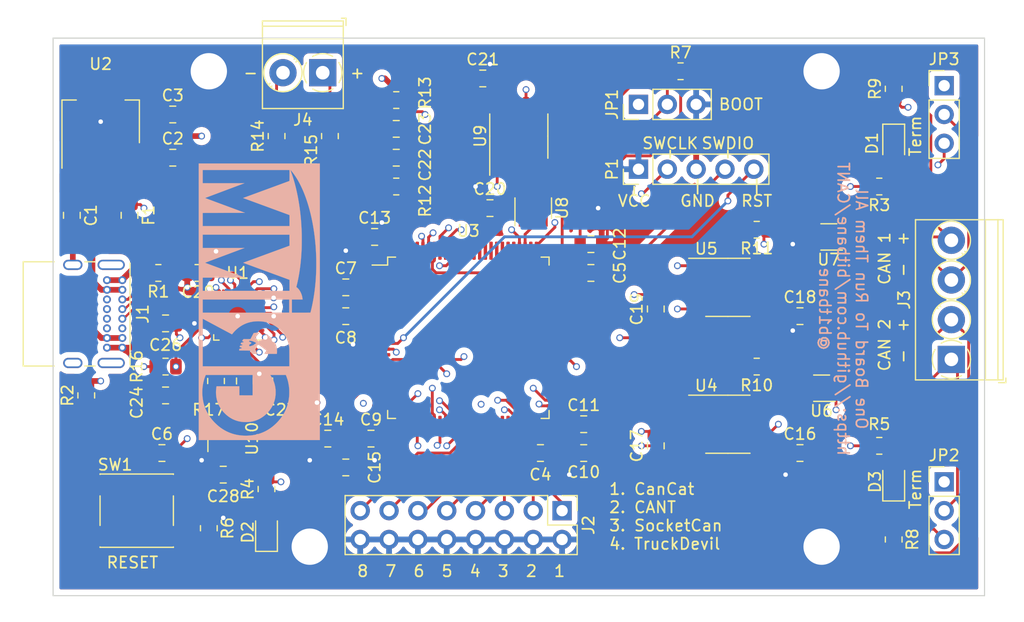
<source format=kicad_pcb>
(kicad_pcb (version 20171130) (host pcbnew "(5.1.10)-1")
  (title_block (company "Phoenix Robotik"))
  (layers (0 F.Cu signal) (1 In1.Cu signal) (2 In2.Cu signal) (31 B.Cu signal) (34 B.Paste user) (35 F.Paste user) (36 B.SilkS user) (37 F.SilkS user) (38 B.Mask user) (39 F.Mask user) (44 Edge.Cuts user))
  (net 0 "")
  (net 1 GND)
  (net 2 "Net-(D1-Pad2)")
  (net 3 "Net-(D2-Pad2)")
  (net 4 BOOT0)
  (net 5 "Net-(JP2-Pad3)")
  (net 6 VCC)
  (net 7 VBUS)
  (net 8 "Net-(D3-Pad2)")
  (net 9 CAN1_L)
  (net 10 CAN1_H)
  (net 11 LED_ACT1)
  (net 12 LED_PWR1)
  (net 13 CAN1_SHORT)
  (net 14 LED_ACT2)
  (net 15 CAN1_TX)
  (net 16 CAN1_RX)
  (net 17 "Net-(J2-Pad1)")
  (net 18 J1708_RX)
  (net 19 J1708_TX)
  (net 20 "Net-(C1-Pad2)")
  (net 21 "Net-(C4-Pad1)")
  (net 22 "Net-(C5-Pad1)")
  (net 23 /Microcontroller/NRST)
  (net 24 "Net-(C22-Pad1)")
  (net 25 "Net-(C23-Pad2)")
  (net 26 VDD33)
  (net 27 "Net-(C27-Pad2)")
  (net 28 "Net-(F1-Pad2)")
  (net 29 /HS_USB/D+)
  (net 30 "Net-(J1-PadB5)")
  (net 31 /HS_USB/D-)
  (net 32 "Net-(J1-PadA5)")
  (net 33 "Net-(J2-Pad15)")
  (net 34 "Net-(J2-Pad13)")
  (net 35 "Net-(J2-Pad11)")
  (net 36 "Net-(J2-Pad9)")
  (net 37 "Net-(J2-Pad7)")
  (net 38 "Net-(J2-Pad5)")
  (net 39 "Net-(J2-Pad3)")
  (net 40 CAN3_H)
  (net 41 CAN3_L)
  (net 42 "Net-(J4-Pad2)")
  (net 43 "Net-(J4-Pad1)")
  (net 44 "Net-(JP3-Pad3)")
  (net 45 SWDIO)
  (net 46 SWCLK)
  (net 47 CAN3_SHORT)
  (net 48 "Net-(R16-Pad1)")
  (net 49 "Net-(R17-Pad1)")
  (net 50 USB_STP)
  (net 51 "Net-(U1-Pad21)")
  (net 52 USB_D7)
  (net 53 USB_D6)
  (net 54 USB_D5)
  (net 55 USB_D4)
  (net 56 USB_D3)
  (net 57 USB_D2)
  (net 58 USB_D1)
  (net 59 USB_D0)
  (net 60 USB_NXT)
  (net 61 USB_CK)
  (net 62 USB_DIR)
  (net 63 CAN3_TX)
  (net 64 CAN3_RX)
  (net 65 "Net-(U8-Pad4)")
  (module KiCad:Logo (layer B.Cu) (at 33.02 85.725 90)
    (fp_text reference G*** hide)
    (fp_text value LOGO hide)
  )
  (module MountingHole:MountingHole_3.2mm_M3 (layer F.Cu) (at 37.465 107.315)
    (fp_text reference " " (at 0 -3.81) (layer F.SilkS))
    (fp_text value MountingHole_3.2mm_M3)
    (pad 1 np_thru_hole circle (at 0 0) (size 3.2 3.2) (drill 3.2) (layers *.Cu *.Mask))
  )
  (module MountingHole:MountingHole_3.2mm_M3 (layer F.Cu) (at 82.55 107.315)
    (fp_text reference " " (at -5.08 -3.175) (layer F.SilkS))
    (fp_text value MountingHole_3.2mm_M3)
    (pad 1 np_thru_hole circle (at 0 0) (size 3.2 3.2) (drill 3.2) (layers *.Cu *.Mask))
  )
  (module MountingHole:MountingHole_3.2mm_M3 (layer F.Cu) (at 82.55 65.405)
    (fp_text reference " " (at -4.445 2.54) (layer F.SilkS))
    (fp_text value MountingHole_3.2mm_M3)
    (pad 1 np_thru_hole circle (at 0 0) (size 3.2 3.2) (drill 3.2) (layers *.Cu *.Mask))
  )
  (module MountingHole:MountingHole_3.2mm_M3 (layer F.Cu) (at 28.575 65.405)
    (fp_text reference " " (at 1.905 5.08) (layer F.SilkS))
    (fp_text value MountingHole_3.2mm_M3)
    (pad 1 np_thru_hole circle (at 0 0) (size 3.2 3.2) (drill 3.2) (layers *.Cu *.Mask))
  )
  (module Package_QFP:LQFP-100_14x14mm_P0.5mm (layer F.Cu) (at 51.435 88.9)
    (fp_text reference U3 (at 0 -9.42) (layer F.SilkS))
    (fp_text value STM32H743VITx)
    (pad 100 smd roundrect (at -6 -7.675) (size 0.3 1.6) (layers F.Cu F.Paste F.Mask) (net 6 VCC))
    (pad 99 smd roundrect (at -5.5 -7.675) (size 0.3 1.6) (layers F.Cu F.Paste F.Mask) (net 1 GND))
    (pad 98 smd roundrect (at -5 -7.675) (size 0.3 1.6) (layers F.Cu F.Paste F.Mask))
    (pad 97 smd roundrect (at -4.5 -7.675) (size 0.3 1.6) (layers F.Cu F.Paste F.Mask))
    (pad 96 smd roundrect (at -4 -7.675) (size 0.3 1.6) (layers F.Cu F.Paste F.Mask) (net 15 CAN1_TX))
    (pad 95 smd roundrect (at -3.5 -7.675) (size 0.3 1.6) (layers F.Cu F.Paste F.Mask) (net 16 CAN1_RX))
    (pad 94 smd roundrect (at -3 -7.675) (size 0.3 1.6) (layers F.Cu F.Paste F.Mask) (net 4 BOOT0))
    (pad 93 smd roundrect (at -2.5 -7.675) (size 0.3 1.6) (layers F.Cu F.Paste F.Mask) (net 13 CAN1_SHORT))
    (pad 92 smd roundrect (at -2 -7.675) (size 0.3 1.6) (layers F.Cu F.Paste F.Mask) (net 47 CAN3_SHORT))
    (pad 91 smd roundrect (at -1.5 -7.675) (size 0.3 1.6) (layers F.Cu F.Paste F.Mask) (net 52 USB_D7))
    (pad 90 smd roundrect (at -1 -7.675) (size 0.3 1.6) (layers F.Cu F.Paste F.Mask))
    (pad 89 smd roundrect (at -0.5 -7.675) (size 0.3 1.6) (layers F.Cu F.Paste F.Mask))
    (pad 88 smd roundrect (at 0 -7.675) (size 0.3 1.6) (layers F.Cu F.Paste F.Mask))
    (pad 87 smd roundrect (at 0.5 -7.675) (size 0.3 1.6) (layers F.Cu F.Paste F.Mask))
    (pad 86 smd roundrect (at 1 -7.675) (size 0.3 1.6) (layers F.Cu F.Paste F.Mask))
    (pad 85 smd roundrect (at 1.5 -7.675) (size 0.3 1.6) (layers F.Cu F.Paste F.Mask))
    (pad 84 smd roundrect (at 2 -7.675) (size 0.3 1.6) (layers F.Cu F.Paste F.Mask))
    (pad 83 smd roundrect (at 2.5 -7.675) (size 0.3 1.6) (layers F.Cu F.Paste F.Mask))
    (pad 82 smd roundrect (at 3 -7.675) (size 0.3 1.6) (layers F.Cu F.Paste F.Mask))
    (pad 81 smd roundrect (at 3.5 -7.675) (size 0.3 1.6) (layers F.Cu F.Paste F.Mask))
    (pad 80 smd roundrect (at 4 -7.675) (size 0.3 1.6) (layers F.Cu F.Paste F.Mask))
    (pad 79 smd roundrect (at 4.5 -7.675) (size 0.3 1.6) (layers F.Cu F.Paste F.Mask) (net 18 J1708_RX))
    (pad 78 smd roundrect (at 5 -7.675) (size 0.3 1.6) (layers F.Cu F.Paste F.Mask) (net 19 J1708_TX))
    (pad 77 smd roundrect (at 5.5 -7.675) (size 0.3 1.6) (layers F.Cu F.Paste F.Mask))
    (pad 76 smd roundrect (at 6 -7.675) (size 0.3 1.6) (layers F.Cu F.Paste F.Mask) (net 46 SWCLK))
    (pad 75 smd roundrect (at 7.675 -6) (size 1.6 0.3) (layers F.Cu F.Paste F.Mask) (net 6 VCC))
    (pad 74 smd roundrect (at 7.675 -5.5) (size 1.6 0.3) (layers F.Cu F.Paste F.Mask) (net 1 GND))
    (pad 73 smd roundrect (at 7.675 -5) (size 1.6 0.3) (layers F.Cu F.Paste F.Mask) (net 22 "Net-(C5-Pad1)"))
    (pad 72 smd roundrect (at 7.675 -4.5) (size 1.6 0.3) (layers F.Cu F.Paste F.Mask) (net 45 SWDIO))
    (pad 71 smd roundrect (at 7.675 -4) (size 1.6 0.3) (layers F.Cu F.Paste F.Mask))
    (pad 70 smd roundrect (at 7.675 -3.5) (size 1.6 0.3) (layers F.Cu F.Paste F.Mask))
    (pad 69 smd roundrect (at 7.675 -3) (size 1.6 0.3) (layers F.Cu F.Paste F.Mask))
    (pad 68 smd roundrect (at 7.675 -2.5) (size 1.6 0.3) (layers F.Cu F.Paste F.Mask))
    (pad 67 smd roundrect (at 7.675 -2) (size 1.6 0.3) (layers F.Cu F.Paste F.Mask))
    (pad 66 smd roundrect (at 7.675 -1.5) (size 1.6 0.3) (layers F.Cu F.Paste F.Mask))
    (pad 65 smd roundrect (at 7.675 -1) (size 1.6 0.3) (layers F.Cu F.Paste F.Mask))
    (pad 64 smd roundrect (at 7.675 -0.5) (size 1.6 0.3) (layers F.Cu F.Paste F.Mask))
    (pad 63 smd roundrect (at 7.675 0) (size 1.6 0.3) (layers F.Cu F.Paste F.Mask))
    (pad 62 smd roundrect (at 7.675 0.5) (size 1.6 0.3) (layers F.Cu F.Paste F.Mask))
    (pad 61 smd roundrect (at 7.675 1) (size 1.6 0.3) (layers F.Cu F.Paste F.Mask))
    (pad 60 smd roundrect (at 7.675 1.5) (size 1.6 0.3) (layers F.Cu F.Paste F.Mask) (net 63 CAN3_TX))
    (pad 59 smd roundrect (at 7.675 2) (size 1.6 0.3) (layers F.Cu F.Paste F.Mask) (net 64 CAN3_RX))
    (pad 58 smd roundrect (at 7.675 2.5) (size 1.6 0.3) (layers F.Cu F.Paste F.Mask))
    (pad 57 smd roundrect (at 7.675 3) (size 1.6 0.3) (layers F.Cu F.Paste F.Mask))
    (pad 56 smd roundrect (at 7.675 3.5) (size 1.6 0.3) (layers F.Cu F.Paste F.Mask))
    (pad 55 smd roundrect (at 7.675 4) (size 1.6 0.3) (layers F.Cu F.Paste F.Mask))
    (pad 54 smd roundrect (at 7.675 4.5) (size 1.6 0.3) (layers F.Cu F.Paste F.Mask))
    (pad 53 smd roundrect (at 7.675 5) (size 1.6 0.3) (layers F.Cu F.Paste F.Mask))
    (pad 52 smd roundrect (at 7.675 5.5) (size 1.6 0.3) (layers F.Cu F.Paste F.Mask) (net 53 USB_D6))
    (pad 51 smd roundrect (at 7.675 6) (size 1.6 0.3) (layers F.Cu F.Paste F.Mask) (net 54 USB_D5))
    (pad 50 smd roundrect (at 6 7.675) (size 0.3 1.6) (layers F.Cu F.Paste F.Mask) (net 6 VCC))
    (pad 49 smd roundrect (at 5.5 7.675) (size 0.3 1.6) (layers F.Cu F.Paste F.Mask) (net 1 GND))
    (pad 48 smd roundrect (at 5 7.675) (size 0.3 1.6) (layers F.Cu F.Paste F.Mask) (net 21 "Net-(C4-Pad1)"))
    (pad 47 smd roundrect (at 4.5 7.675) (size 0.3 1.6) (layers F.Cu F.Paste F.Mask) (net 55 USB_D4))
    (pad 46 smd roundrect (at 4 7.675) (size 0.3 1.6) (layers F.Cu F.Paste F.Mask) (net 56 USB_D3))
    (pad 45 smd roundrect (at 3.5 7.675) (size 0.3 1.6) (layers F.Cu F.Paste F.Mask) (net 17 "Net-(J2-Pad1)"))
    (pad 44 smd roundrect (at 3 7.675) (size 0.3 1.6) (layers F.Cu F.Paste F.Mask) (net 39 "Net-(J2-Pad3)"))
    (pad 43 smd roundrect (at 2.5 7.675) (size 0.3 1.6) (layers F.Cu F.Paste F.Mask) (net 38 "Net-(J2-Pad5)"))
    (pad 42 smd roundrect (at 2 7.675) (size 0.3 1.6) (layers F.Cu F.Paste F.Mask) (net 37 "Net-(J2-Pad7)"))
    (pad 41 smd roundrect (at 1.5 7.675) (size 0.3 1.6) (layers F.Cu F.Paste F.Mask) (net 36 "Net-(J2-Pad9)"))
    (pad 40 smd roundrect (at 1 7.675) (size 0.3 1.6) (layers F.Cu F.Paste F.Mask) (net 35 "Net-(J2-Pad11)"))
    (pad 39 smd roundrect (at 0.5 7.675) (size 0.3 1.6) (layers F.Cu F.Paste F.Mask) (net 34 "Net-(J2-Pad13)"))
    (pad 38 smd roundrect (at 0 7.675) (size 0.3 1.6) (layers F.Cu F.Paste F.Mask) (net 33 "Net-(J2-Pad15)"))
    (pad 37 smd roundrect (at -0.5 7.675) (size 0.3 1.6) (layers F.Cu F.Paste F.Mask))
    (pad 36 smd roundrect (at -1 7.675) (size 0.3 1.6) (layers F.Cu F.Paste F.Mask) (net 12 LED_PWR1))
    (pad 35 smd roundrect (at -1.5 7.675) (size 0.3 1.6) (layers F.Cu F.Paste F.Mask) (net 57 USB_D2))
    (pad 34 smd roundrect (at -2 7.675) (size 0.3 1.6) (layers F.Cu F.Paste F.Mask) (net 58 USB_D1))
    (pad 33 smd roundrect (at -2.5 7.675) (size 0.3 1.6) (layers F.Cu F.Paste F.Mask) (net 14 LED_ACT2))
    (pad 32 smd roundrect (at -3 7.675) (size 0.3 1.6) (layers F.Cu F.Paste F.Mask) (net 11 LED_ACT1))
    (pad 31 smd roundrect (at -3.5 7.675) (size 0.3 1.6) (layers F.Cu F.Paste F.Mask))
    (pad 30 smd roundrect (at -4 7.675) (size 0.3 1.6) (layers F.Cu F.Paste F.Mask))
    (pad 29 smd roundrect (at -4.5 7.675) (size 0.3 1.6) (layers F.Cu F.Paste F.Mask) (net 61 USB_CK))
    (pad 28 smd roundrect (at -5 7.675) (size 0.3 1.6) (layers F.Cu F.Paste F.Mask))
    (pad 27 smd roundrect (at -5.5 7.675) (size 0.3 1.6) (layers F.Cu F.Paste F.Mask) (net 6 VCC))
    (pad 26 smd roundrect (at -6 7.675) (size 0.3 1.6) (layers F.Cu F.Paste F.Mask) (net 1 GND))
    (pad 25 smd roundrect (at -7.675 6) (size 1.6 0.3) (layers F.Cu F.Paste F.Mask) (net 59 USB_D0))
    (pad 24 smd roundrect (at -7.675 5.5) (size 1.6 0.3) (layers F.Cu F.Paste F.Mask))
    (pad 23 smd roundrect (at -7.675 5) (size 1.6 0.3) (layers F.Cu F.Paste F.Mask))
    (pad 22 smd roundrect (at -7.675 4.5) (size 1.6 0.3) (layers F.Cu F.Paste F.Mask))
    (pad 21 smd roundrect (at -7.675 4) (size 1.6 0.3) (layers F.Cu F.Paste F.Mask) (net 6 VCC))
    (pad 20 smd roundrect (at -7.675 3.5) (size 1.6 0.3) (layers F.Cu F.Paste F.Mask) (net 6 VCC))
    (pad 19 smd roundrect (at -7.675 3) (size 1.6 0.3) (layers F.Cu F.Paste F.Mask) (net 1 GND))
    (pad 18 smd roundrect (at -7.675 2.5) (size 1.6 0.3) (layers F.Cu F.Paste F.Mask) (net 60 USB_NXT))
    (pad 17 smd roundrect (at -7.675 2) (size 1.6 0.3) (layers F.Cu F.Paste F.Mask) (net 62 USB_DIR))
    (pad 16 smd roundrect (at -7.675 1.5) (size 1.6 0.3) (layers F.Cu F.Paste F.Mask))
    (pad 15 smd roundrect (at -7.675 1) (size 1.6 0.3) (layers F.Cu F.Paste F.Mask) (net 50 USB_STP))
    (pad 14 smd roundrect (at -7.675 0.5) (size 1.6 0.3) (layers F.Cu F.Paste F.Mask) (net 23 /Microcontroller/NRST))
    (pad 13 smd roundrect (at -7.675 0) (size 1.6 0.3) (layers F.Cu F.Paste F.Mask))
    (pad 12 smd roundrect (at -7.675 -0.5) (size 1.6 0.3) (layers F.Cu F.Paste F.Mask))
    (pad 11 smd roundrect (at -7.675 -1) (size 1.6 0.3) (layers F.Cu F.Paste F.Mask) (net 6 VCC))
    (pad 10 smd roundrect (at -7.675 -1.5) (size 1.6 0.3) (layers F.Cu F.Paste F.Mask) (net 1 GND))
    (pad 9 smd roundrect (at -7.675 -2) (size 1.6 0.3) (layers F.Cu F.Paste F.Mask))
    (pad 8 smd roundrect (at -7.675 -2.5) (size 1.6 0.3) (layers F.Cu F.Paste F.Mask))
    (pad 7 smd roundrect (at -7.675 -3) (size 1.6 0.3) (layers F.Cu F.Paste F.Mask))
    (pad 6 smd roundrect (at -7.675 -3.5) (size 1.6 0.3) (layers F.Cu F.Paste F.Mask) (net 6 VCC))
    (pad 5 smd roundrect (at -7.675 -4) (size 1.6 0.3) (layers F.Cu F.Paste F.Mask))
    (pad 4 smd roundrect (at -7.675 -4.5) (size 1.6 0.3) (layers F.Cu F.Paste F.Mask))
    (pad 3 smd roundrect (at -7.675 -5) (size 1.6 0.3) (layers F.Cu F.Paste F.Mask))
    (pad 2 smd roundrect (at -7.675 -5.5) (size 1.6 0.3) (layers F.Cu F.Paste F.Mask))
    (pad 1 smd roundrect (at -7.675 -6) (size 1.6 0.3) (layers F.Cu F.Paste F.Mask))
  )
  (module Capacitor_SMD:C_0805_2012Metric (layer F.Cu) (at 67.945 86.36 90)
    (fp_text reference C19 (at 0 -1.68 90) (layer F.SilkS))
    (fp_text value 100nF)
    (pad 2 smd roundrect (at 0.95 0 90) (size 1 1.45) (layers F.Cu F.Paste F.Mask) (net 7 VBUS))
    (pad 1 smd roundrect (at -0.95 0 90) (size 1 1.45) (layers F.Cu F.Paste F.Mask) (net 1 GND))
  )
  (module Capacitor_SMD:C_0805_2012Metric (layer F.Cu) (at 80.645 86.995)
    (fp_text reference C18 (at 0 -1.68) (layer F.SilkS))
    (fp_text value 100nF)
    (pad 2 smd roundrect (at 0.95 0) (size 1 1.45) (layers F.Cu F.Paste F.Mask) (net 1 GND))
    (pad 1 smd roundrect (at -0.95 0) (size 1 1.45) (layers F.Cu F.Paste F.Mask) (net 6 VCC))
  )
  (module Capacitor_SMD:C_0805_2012Metric (layer F.Cu) (at 67.945 98.425 90)
    (fp_text reference C17 (at 0 -1.68 90) (layer F.SilkS))
    (fp_text value 100nF)
    (pad 2 smd roundrect (at 0.95 0 90) (size 1 1.45) (layers F.Cu F.Paste F.Mask) (net 7 VBUS))
    (pad 1 smd roundrect (at -0.95 0 90) (size 1 1.45) (layers F.Cu F.Paste F.Mask) (net 1 GND))
  )
  (module Capacitor_SMD:C_0805_2012Metric (layer F.Cu) (at 80.645 99.06)
    (fp_text reference C16 (at 0 -1.68) (layer F.SilkS))
    (fp_text value 100nF)
    (pad 2 smd roundrect (at 0.95 0) (size 1 1.45) (layers F.Cu F.Paste F.Mask) (net 1 GND))
    (pad 1 smd roundrect (at -0.95 0) (size 1 1.45) (layers F.Cu F.Paste F.Mask) (net 6 VCC))
  )
  (module Capacitor_SMD:C_0805_2012Metric (layer F.Cu) (at 25.4 69.215)
    (fp_text reference C3 (at 0 -1.68) (layer F.SilkS))
    (fp_text value 10uF)
    (pad 2 smd roundrect (at 0.95 0) (size 1 1.45) (layers F.Cu F.Paste F.Mask) (net 1 GND))
    (pad 1 smd roundrect (at -0.95 0) (size 1 1.45) (layers F.Cu F.Paste F.Mask) (net 6 VCC))
  )
  (module Capacitor_SMD:C_0805_2012Metric (layer F.Cu) (at 25.4 73.025)
    (fp_text reference C2 (at 0 -1.68) (layer F.SilkS))
    (fp_text value 100nF)
    (pad 2 smd roundrect (at 0.95 0) (size 1 1.45) (layers F.Cu F.Paste F.Mask) (net 1 GND))
    (pad 1 smd roundrect (at -0.95 0) (size 1 1.45) (layers F.Cu F.Paste F.Mask) (net 7 VBUS))
  )
  (module DSC1001:Oscillator_SMD_Microchip_DSC1001-4Pin_2.5x2.0mm (layer F.Cu) (at 29.845 97.79)
    (fp_text reference U10 (at 2.54 0 90) (layer F.SilkS))
    (fp_text value DSC1001)
    (pad 4 smd rect (at -0.825 -0.775) (size 0.65 0.85) (layers F.Cu F.Paste F.Mask) (net 6 VCC))
    (pad 3 smd rect (at 0.825 -0.775) (size 0.65 0.85) (layers F.Cu F.Paste F.Mask) (net 51 "Net-(U1-Pad21)"))
    (pad 2 smd rect (at 0.825 0.775) (size 0.65 0.85) (layers F.Cu F.Paste F.Mask) (net 1 GND))
    (pad 1 smd rect (at -0.825 0.775) (size 0.65 0.85) (layers F.Cu F.Paste F.Mask) (net 6 VCC))
  )
  (module Package_SO:SOIC-8_3.9x4.9mm_P1.27mm (layer F.Cu) (at 55.88 71.12 90)
    (fp_text reference U9 (at 0 -3.4 90) (layer F.SilkS))
    (fp_text value ST485EBDR)
    (pad 8 smd roundrect (at 2.475 -1.905 90) (size 1.95 0.6) (layers F.Cu F.Paste F.Mask) (net 6 VCC))
    (pad 7 smd roundrect (at 2.475 -0.635 90) (size 1.95 0.6) (layers F.Cu F.Paste F.Mask) (net 24 "Net-(C22-Pad1)"))
    (pad 6 smd roundrect (at 2.475 0.635 90) (size 1.95 0.6) (layers F.Cu F.Paste F.Mask) (net 25 "Net-(C23-Pad2)"))
    (pad 5 smd roundrect (at 2.475 1.905 90) (size 1.95 0.6) (layers F.Cu F.Paste F.Mask) (net 1 GND))
    (pad 4 smd roundrect (at -2.475 1.905 90) (size 1.95 0.6) (layers F.Cu F.Paste F.Mask) (net 1 GND))
    (pad 3 smd roundrect (at -2.475 0.635 90) (size 1.95 0.6) (layers F.Cu F.Paste F.Mask) (net 65 "Net-(U8-Pad4)"))
    (pad 2 smd roundrect (at -2.475 -0.635 90) (size 1.95 0.6) (layers F.Cu F.Paste F.Mask) (net 1 GND))
    (pad 1 smd roundrect (at -2.475 -1.905 90) (size 1.95 0.6) (layers F.Cu F.Paste F.Mask) (net 18 J1708_RX))
  )
  (module Package_TO_SOT_SMD:SOT-23-5 (layer F.Cu) (at 57.15 77.47 90)
    (fp_text reference U8 (at 0 2.54 90) (layer F.SilkS))
    (fp_text value SN74LVC1G14DBV)
    (pad 5 smd rect (at 1.1 -0.95 90) (size 1.06 0.65) (layers F.Cu F.Paste F.Mask) (net 6 VCC))
    (pad 4 smd rect (at 1.1 0.95 90) (size 1.06 0.65) (layers F.Cu F.Paste F.Mask) (net 65 "Net-(U8-Pad4)"))
    (pad 3 smd rect (at -1.1 0.95 90) (size 1.06 0.65) (layers F.Cu F.Paste F.Mask) (net 1 GND))
    (pad 2 smd rect (at -1.1 0 90) (size 1.06 0.65) (layers F.Cu F.Paste F.Mask) (net 19 J1708_TX))
    (pad 1 smd rect (at -1.1 -0.95 90) (size 1.06 0.65) (layers F.Cu F.Paste F.Mask))
  )
  (module Package_TO_SOT_SMD:SOT-353_SC-70-5_Handsoldering (layer F.Cu) (at 83.185 80.01 180)
    (fp_text reference U7 (at 0 -2) (layer F.SilkS))
    (fp_text value 74LVC1G66)
    (pad 5 smd rect (at 1.33 -0.65 180) (size 1.5 0.4) (layers F.Cu F.Paste F.Mask) (net 6 VCC))
    (pad 4 smd rect (at 1.33 0.65 180) (size 1.5 0.4) (layers F.Cu F.Paste F.Mask) (net 13 CAN1_SHORT))
    (pad 3 smd rect (at -1.33 0.65 180) (size 1.5 0.4) (layers F.Cu F.Paste F.Mask) (net 1 GND))
    (pad 2 smd rect (at -1.33 0 180) (size 1.5 0.4) (layers F.Cu F.Paste F.Mask) (net 10 CAN1_H))
    (pad 1 smd rect (at -1.33 -0.65 180) (size 1.5 0.4) (layers F.Cu F.Paste F.Mask) (net 9 CAN1_L))
  )
  (module Package_TO_SOT_SMD:SOT-353_SC-70-5_Handsoldering (layer F.Cu) (at 82.55 93.345 180)
    (fp_text reference U6 (at 0 -2) (layer F.SilkS))
    (fp_text value 74LVC1G66)
    (pad 5 smd rect (at 1.33 -0.65 180) (size 1.5 0.4) (layers F.Cu F.Paste F.Mask) (net 6 VCC))
    (pad 4 smd rect (at 1.33 0.65 180) (size 1.5 0.4) (layers F.Cu F.Paste F.Mask) (net 47 CAN3_SHORT))
    (pad 3 smd rect (at -1.33 0.65 180) (size 1.5 0.4) (layers F.Cu F.Paste F.Mask) (net 1 GND))
    (pad 2 smd rect (at -1.33 0 180) (size 1.5 0.4) (layers F.Cu F.Paste F.Mask) (net 40 CAN3_H))
    (pad 1 smd rect (at -1.33 -0.65 180) (size 1.5 0.4) (layers F.Cu F.Paste F.Mask) (net 41 CAN3_L))
  )
  (module Package_SO:SOIC-8_3.9x4.9mm_P1.27mm (layer F.Cu) (at 74.295 84.455)
    (fp_text reference U5 (at -1.905 -3.4) (layer F.SilkS))
    (fp_text value MCP2558FD-xSN)
    (pad 8 smd roundrect (at 2.475 -1.905) (size 1.95 0.6) (layers F.Cu F.Paste F.Mask) (net 1 GND))
    (pad 7 smd roundrect (at 2.475 -0.635) (size 1.95 0.6) (layers F.Cu F.Paste F.Mask) (net 10 CAN1_H))
    (pad 6 smd roundrect (at 2.475 0.635) (size 1.95 0.6) (layers F.Cu F.Paste F.Mask) (net 9 CAN1_L))
    (pad 5 smd roundrect (at 2.475 1.905) (size 1.95 0.6) (layers F.Cu F.Paste F.Mask) (net 6 VCC))
    (pad 4 smd roundrect (at -2.475 1.905) (size 1.95 0.6) (layers F.Cu F.Paste F.Mask) (net 16 CAN1_RX))
    (pad 3 smd roundrect (at -2.475 0.635) (size 1.95 0.6) (layers F.Cu F.Paste F.Mask) (net 7 VBUS))
    (pad 2 smd roundrect (at -2.475 -0.635) (size 1.95 0.6) (layers F.Cu F.Paste F.Mask) (net 1 GND))
    (pad 1 smd roundrect (at -2.475 -1.905) (size 1.95 0.6) (layers F.Cu F.Paste F.Mask) (net 15 CAN1_TX))
  )
  (module Package_SO:SOIC-8_3.9x4.9mm_P1.27mm (layer F.Cu) (at 74.295 96.52)
    (fp_text reference U4 (at -1.905 -3.4) (layer F.SilkS))
    (fp_text value MCP2558FD-xSN)
    (pad 8 smd roundrect (at 2.475 -1.905) (size 1.95 0.6) (layers F.Cu F.Paste F.Mask) (net 1 GND))
    (pad 7 smd roundrect (at 2.475 -0.635) (size 1.95 0.6) (layers F.Cu F.Paste F.Mask) (net 40 CAN3_H))
    (pad 6 smd roundrect (at 2.475 0.635) (size 1.95 0.6) (layers F.Cu F.Paste F.Mask) (net 41 CAN3_L))
    (pad 5 smd roundrect (at 2.475 1.905) (size 1.95 0.6) (layers F.Cu F.Paste F.Mask) (net 6 VCC))
    (pad 4 smd roundrect (at -2.475 1.905) (size 1.95 0.6) (layers F.Cu F.Paste F.Mask) (net 64 CAN3_RX))
    (pad 3 smd roundrect (at -2.475 0.635) (size 1.95 0.6) (layers F.Cu F.Paste F.Mask) (net 7 VBUS))
    (pad 2 smd roundrect (at -2.475 -0.635) (size 1.95 0.6) (layers F.Cu F.Paste F.Mask) (net 1 GND))
    (pad 1 smd roundrect (at -2.475 -1.905) (size 1.95 0.6) (layers F.Cu F.Paste F.Mask) (net 63 CAN3_TX))
  )
  (module Package_TO_SOT_SMD:SOT-223 (layer F.Cu) (at 19.05 69.85 90)
    (fp_text reference U2 (at 5.08 0 180) (layer F.SilkS))
    (fp_text value LD1117S33TR)
    (pad 1 smd rect (at -3.15 -2.3 90) (size 2 1.5) (layers F.Cu F.Paste F.Mask) (net 1 GND))
    (pad 3 smd rect (at -3.15 2.3 90) (size 2 1.5) (layers F.Cu F.Paste F.Mask) (net 7 VBUS))
    (pad 2 smd rect (at -3.15 0 90) (size 2 1.5) (layers F.Cu F.Paste F.Mask) (net 6 VCC))
    (pad 4 smd rect (at 3.15 0 90) (size 2 3.8) (layers F.Cu F.Paste F.Mask))
  )
  (module Package_DFN_QFN:QFN-24-1EP_4x4mm_P0.5mm_EP2.6x2.6mm (layer F.Cu) (at 31.115 86.995 180)
    (fp_text reference U1 (at 0 3.81) (layer F.SilkS))
    (fp_text value USB3343)
    (pad 25 smd rect (at 0 0 180) (size 2.6 2.6) (layers F.Cu F.Mask) (net 1 GND))
    (pad 24 smd roundrect (at -1.25 -1.9375 180) (size 0.25 0.825) (layers F.Cu F.Paste F.Mask) (net 50 USB_STP))
    (pad 23 smd roundrect (at -0.75 -1.9375 180) (size 0.25 0.825) (layers F.Cu F.Paste F.Mask) (net 27 "Net-(C27-Pad2)"))
    (pad 22 smd roundrect (at -0.25 -1.9375 180) (size 0.25 0.825) (layers F.Cu F.Paste F.Mask) (net 6 VCC))
    (pad 21 smd roundrect (at 0.25 -1.9375 180) (size 0.25 0.825) (layers F.Cu F.Paste F.Mask) (net 51 "Net-(U1-Pad21)"))
    (pad 20 smd roundrect (at 0.75 -1.9375 180) (size 0.25 0.825) (layers F.Cu F.Paste F.Mask))
    (pad 19 smd roundrect (at 1.25 -1.9375 180) (size 0.25 0.825) (layers F.Cu F.Paste F.Mask) (net 49 "Net-(R17-Pad1)"))
    (pad 18 smd roundrect (at 1.9375 -1.25 180) (size 0.825 0.25) (layers F.Cu F.Paste F.Mask) (net 26 VDD33))
    (pad 17 smd roundrect (at 1.9375 -0.75 180) (size 0.825 0.25) (layers F.Cu F.Paste F.Mask) (net 48 "Net-(R16-Pad1)"))
    (pad 16 smd roundrect (at 1.9375 -0.25 180) (size 0.825 0.25) (layers F.Cu F.Paste F.Mask) (net 6 VCC))
    (pad 15 smd roundrect (at 1.9375 0.25 180) (size 0.825 0.25) (layers F.Cu F.Paste F.Mask) (net 26 VDD33))
    (pad 14 smd roundrect (at 1.9375 0.75 180) (size 0.825 0.25) (layers F.Cu F.Paste F.Mask) (net 31 /HS_USB/D-))
    (pad 13 smd roundrect (at 1.9375 1.25 180) (size 0.825 0.25) (layers F.Cu F.Paste F.Mask) (net 29 /HS_USB/D+))
    (pad 12 smd roundrect (at 1.25 1.9375 180) (size 0.25 0.825) (layers F.Cu F.Paste F.Mask) (net 52 USB_D7))
    (pad 11 smd roundrect (at 0.75 1.9375 180) (size 0.25 0.825) (layers F.Cu F.Paste F.Mask) (net 53 USB_D6))
    (pad 10 smd roundrect (at 0.25 1.9375 180) (size 0.25 0.825) (layers F.Cu F.Paste F.Mask) (net 54 USB_D5))
    (pad 9 smd roundrect (at -0.25 1.9375 180) (size 0.25 0.825) (layers F.Cu F.Paste F.Mask) (net 6 VCC))
    (pad 8 smd roundrect (at -0.75 1.9375 180) (size 0.25 0.825) (layers F.Cu F.Paste F.Mask) (net 55 USB_D4))
    (pad 7 smd roundrect (at -1.25 1.9375 180) (size 0.25 0.825) (layers F.Cu F.Paste F.Mask) (net 56 USB_D3))
    (pad 6 smd roundrect (at -1.9375 1.25 180) (size 0.825 0.25) (layers F.Cu F.Paste F.Mask) (net 57 USB_D2))
    (pad 5 smd roundrect (at -1.9375 0.75 180) (size 0.825 0.25) (layers F.Cu F.Paste F.Mask) (net 58 USB_D1))
    (pad 4 smd roundrect (at -1.9375 0.25 180) (size 0.825 0.25) (layers F.Cu F.Paste F.Mask) (net 59 USB_D0))
    (pad 3 smd roundrect (at -1.9375 -0.25 180) (size 0.825 0.25) (layers F.Cu F.Paste F.Mask) (net 60 USB_NXT))
    (pad 2 smd roundrect (at -1.9375 -0.75 180) (size 0.825 0.25) (layers F.Cu F.Paste F.Mask) (net 61 USB_CK))
    (pad 1 smd roundrect (at -1.9375 -1.25 180) (size 0.825 0.25) (layers F.Cu F.Paste F.Mask) (net 62 USB_DIR))
  )
  (module Button_Switch_SMD:SW_SPST_PTS645 (layer F.Cu) (at 22.225 104.14)
    (fp_text reference SW1 (at -1.905 -4.05) (layer F.SilkS))
    (fp_text value SW_SPST)
    (pad 2 smd rect (at 3.98 2.25) (size 1.55 1.3) (layers F.Cu F.Paste F.Mask) (net 23 /Microcontroller/NRST))
    (pad 1 smd rect (at 3.98 -2.25) (size 1.55 1.3) (layers F.Cu F.Paste F.Mask) (net 1 GND))
    (pad 1 smd rect (at -3.98 -2.25) (size 1.55 1.3) (layers F.Cu F.Paste F.Mask) (net 1 GND))
    (pad 2 smd rect (at -3.98 2.25) (size 1.55 1.3) (layers F.Cu F.Paste F.Mask) (net 23 /Microcontroller/NRST))
  )
  (module Resistor_SMD:R_0805_2012Metric (layer F.Cu) (at 29.21 92.71 270)
    (fp_text reference R17 (at 2.54 0.635 180) (layer F.SilkS))
    (fp_text value 8.06K)
    (pad 2 smd roundrect (at 0.9125 0 270) (size 1.025 1.4) (layers F.Cu F.Paste F.Mask) (roundrect_rratio 0.243902) (net 1 GND))
    (pad 1 smd roundrect (at -0.9125 0 270) (size 1.025 1.4) (layers F.Cu F.Paste F.Mask) (roundrect_rratio 0.243902) (net 49 "Net-(R17-Pad1)"))
  )
  (module Resistor_SMD:R_0805_2012Metric (layer F.Cu) (at 24.765 91.44 180)
    (fp_text reference R16 (at 2.54 0 90) (layer F.SilkS))
    (fp_text value 20K)
    (pad 2 smd roundrect (at 0.9125 0 180) (size 1.025 1.4) (layers F.Cu F.Paste F.Mask) (roundrect_rratio 0.243902) (net 7 VBUS))
    (pad 1 smd roundrect (at -0.9125 0 180) (size 1.025 1.4) (layers F.Cu F.Paste F.Mask) (roundrect_rratio 0.243902) (net 48 "Net-(R16-Pad1)"))
  )
  (module Resistor_SMD:R_0805_2012Metric (layer F.Cu) (at 39.243 71.12 90)
    (fp_text reference R15 (at -1.27 -1.65 90) (layer F.SilkS))
    (fp_text value 47)
    (pad 2 smd roundrect (at 0.9125 0 90) (size 1.025 1.4) (layers F.Cu F.Paste F.Mask) (roundrect_rratio 0.243902) (net 43 "Net-(J4-Pad1)"))
    (pad 1 smd roundrect (at -0.9125 0 90) (size 1.025 1.4) (layers F.Cu F.Paste F.Mask) (roundrect_rratio 0.243902) (net 25 "Net-(C23-Pad2)"))
  )
  (module Resistor_SMD:R_0805_2012Metric (layer F.Cu) (at 34.544 71.12 90)
    (fp_text reference R14 (at 0 -1.65 90) (layer F.SilkS))
    (fp_text value 47)
    (pad 2 smd roundrect (at 0.9125 0 90) (size 1.025 1.4) (layers F.Cu F.Paste F.Mask) (roundrect_rratio 0.243902) (net 42 "Net-(J4-Pad2)"))
    (pad 1 smd roundrect (at -0.9125 0 90) (size 1.025 1.4) (layers F.Cu F.Paste F.Mask) (roundrect_rratio 0.243902) (net 24 "Net-(C22-Pad1)"))
  )
  (module Resistor_SMD:R_0805_2012Metric (layer F.Cu) (at 45.085 67.945 180)
    (fp_text reference R13 (at -2.54 0.635 90) (layer F.SilkS))
    (fp_text value 4.7K)
    (pad 2 smd roundrect (at 0.9125 0 180) (size 1.025 1.4) (layers F.Cu F.Paste F.Mask) (roundrect_rratio 0.243902) (net 25 "Net-(C23-Pad2)"))
    (pad 1 smd roundrect (at -0.9125 0 180) (size 1.025 1.4) (layers F.Cu F.Paste F.Mask) (roundrect_rratio 0.243902) (net 7 VBUS))
  )
  (module Resistor_SMD:R_0805_2012Metric (layer F.Cu) (at 45.085 75.565)
    (fp_text reference R12 (at 2.54 1.27 90) (layer F.SilkS))
    (fp_text value 4.7K)
    (pad 2 smd roundrect (at 0.9125 0) (size 1.025 1.4) (layers F.Cu F.Paste F.Mask) (roundrect_rratio 0.243902) (net 1 GND))
    (pad 1 smd roundrect (at -0.9125 0) (size 1.025 1.4) (layers F.Cu F.Paste F.Mask) (roundrect_rratio 0.243902) (net 24 "Net-(C22-Pad1)"))
  )
  (module Resistor_SMD:R_0805_2012Metric (layer F.Cu) (at 76.835 79.375 180)
    (fp_text reference R11 (at 0 -1.65) (layer F.SilkS))
    (fp_text value 4.7K)
    (pad 2 smd roundrect (at 0.9125 0 180) (size 1.025 1.4) (layers F.Cu F.Paste F.Mask) (roundrect_rratio 0.243902) (net 1 GND))
    (pad 1 smd roundrect (at -0.9125 0 180) (size 1.025 1.4) (layers F.Cu F.Paste F.Mask) (roundrect_rratio 0.243902) (net 13 CAN1_SHORT))
  )
  (module Resistor_SMD:R_0805_2012Metric (layer F.Cu) (at 76.835 91.44 180)
    (fp_text reference R10 (at 0 -1.65) (layer F.SilkS))
    (fp_text value 4.7K)
    (pad 2 smd roundrect (at 0.9125 0 180) (size 1.025 1.4) (layers F.Cu F.Paste F.Mask) (roundrect_rratio 0.243902) (net 1 GND))
    (pad 1 smd roundrect (at -0.9125 0 180) (size 1.025 1.4) (layers F.Cu F.Paste F.Mask) (roundrect_rratio 0.243902) (net 47 CAN3_SHORT))
  )
  (module Resistor_SMD:R_0805_2012Metric (layer F.Cu) (at 88.9 66.9525 90)
    (fp_text reference R9 (at 0 -1.65 90) (layer F.SilkS))
    (fp_text value 120)
    (pad 2 smd roundrect (at 0.9125 0 90) (size 1.025 1.4) (layers F.Cu F.Paste F.Mask) (roundrect_rratio 0.243902) (net 10 CAN1_H))
    (pad 1 smd roundrect (at -0.9125 0 90) (size 1.025 1.4) (layers F.Cu F.Paste F.Mask) (roundrect_rratio 0.243902) (net 44 "Net-(JP3-Pad3)"))
  )
  (module Resistor_SMD:R_0805_2012Metric (layer F.Cu) (at 88.9 106.68 270)
    (fp_text reference R8 (at 0 -1.65 90) (layer F.SilkS))
    (fp_text value 120)
    (pad 2 smd roundrect (at 0.9125 0 270) (size 1.025 1.4) (layers F.Cu F.Paste F.Mask) (roundrect_rratio 0.243902) (net 40 CAN3_H))
    (pad 1 smd roundrect (at -0.9125 0 270) (size 1.025 1.4) (layers F.Cu F.Paste F.Mask) (roundrect_rratio 0.243902) (net 5 "Net-(JP2-Pad3)"))
  )
  (module Resistor_SMD:R_0805_2012Metric (layer F.Cu) (at 70.1275 65.405)
    (fp_text reference R7 (at 0 -1.65) (layer F.SilkS))
    (fp_text value 10k)
    (pad 2 smd roundrect (at 0.9125 0) (size 1.025 1.4) (layers F.Cu F.Paste F.Mask) (roundrect_rratio 0.243902) (net 1 GND))
    (pad 1 smd roundrect (at -0.9125 0) (size 1.025 1.4) (layers F.Cu F.Paste F.Mask) (roundrect_rratio 0.243902) (net 4 BOOT0))
  )
  (module Resistor_SMD:R_0805_2012Metric (layer F.Cu) (at 28.575 105.6875 270)
    (fp_text reference R6 (at 0 -1.65 90) (layer F.SilkS))
    (fp_text value 100K)
    (pad 2 smd roundrect (at 0.9125 0 270) (size 1.025 1.4) (layers F.Cu F.Paste F.Mask) (roundrect_rratio 0.243902) (net 23 /Microcontroller/NRST))
    (pad 1 smd roundrect (at -0.9125 0 270) (size 1.025 1.4) (layers F.Cu F.Paste F.Mask) (roundrect_rratio 0.243902) (net 6 VCC))
  )
  (module Resistor_SMD:R_0805_2012Metric (layer F.Cu) (at 87.63 98.425 180)
    (fp_text reference R5 (at 0 1.905) (layer F.SilkS))
    (fp_text value 68)
    (pad 2 smd roundrect (at 0.9125 0 180) (size 1.025 1.4) (layers F.Cu F.Paste F.Mask) (roundrect_rratio 0.243902) (net 14 LED_ACT2))
    (pad 1 smd roundrect (at -0.9125 0 180) (size 1.025 1.4) (layers F.Cu F.Paste F.Mask) (roundrect_rratio 0.243902) (net 8 "Net-(D3-Pad2)"))
  )
  (module Resistor_SMD:R_0805_2012Metric (layer F.Cu) (at 33.655 102.235 90)
    (fp_text reference R4 (at 0 -1.65 90) (layer F.SilkS))
    (fp_text value 68)
    (pad 2 smd roundrect (at 0.9125 0 90) (size 1.025 1.4) (layers F.Cu F.Paste F.Mask) (roundrect_rratio 0.243902) (net 12 LED_PWR1))
    (pad 1 smd roundrect (at -0.9125 0 90) (size 1.025 1.4) (layers F.Cu F.Paste F.Mask) (roundrect_rratio 0.243902) (net 3 "Net-(D2-Pad2)"))
  )
  (module Resistor_SMD:R_0805_2012Metric (layer F.Cu) (at 87.63 75.565 180)
    (fp_text reference R3 (at 0 -1.65) (layer F.SilkS))
    (fp_text value 68)
    (pad 2 smd roundrect (at 0.9125 0 180) (size 1.025 1.4) (layers F.Cu F.Paste F.Mask) (roundrect_rratio 0.243902) (net 11 LED_ACT1))
    (pad 1 smd roundrect (at -0.9125 0 180) (size 1.025 1.4) (layers F.Cu F.Paste F.Mask) (roundrect_rratio 0.243902) (net 2 "Net-(D1-Pad2)"))
  )
  (module Resistor_SMD:R_0805_2012Metric (layer F.Cu) (at 17.78 93.98 90)
    (fp_text reference R2 (at 0 -1.65 90) (layer F.SilkS))
    (fp_text value 5.1K)
    (pad 2 smd roundrect (at 0.9125 0 90) (size 1.025 1.4) (layers F.Cu F.Paste F.Mask) (roundrect_rratio 0.243902) (net 30 "Net-(J1-PadB5)"))
    (pad 1 smd roundrect (at -0.9125 0 90) (size 1.025 1.4) (layers F.Cu F.Paste F.Mask) (roundrect_rratio 0.243902) (net 1 GND))
  )
  (module Resistor_SMD:R_0805_2012Metric (layer F.Cu) (at 24.13 83.185 180)
    (fp_text reference R1 (at 0 -1.65) (layer F.SilkS))
    (fp_text value 5.1K)
    (pad 2 smd roundrect (at 0.9125 0 180) (size 1.025 1.4) (layers F.Cu F.Paste F.Mask) (roundrect_rratio 0.243902) (net 32 "Net-(J1-PadA5)"))
    (pad 1 smd roundrect (at -0.9125 0 180) (size 1.025 1.4) (layers F.Cu F.Paste F.Mask) (roundrect_rratio 0.243902) (net 1 GND))
  )
  (module Connector_PinHeader_2.54mm:PinHeader_1x05_P2.54mm_Vertical (layer F.Cu) (at 66.421 74.041 90)
    (fp_text reference P1 (at 0 -2.33 90) (layer F.SilkS))
    (fp_text value SWD)
    (pad 5 thru_hole oval (at 0 10.16 90) (size 1.7 1.7) (drill 1) (layers *.Cu *.Mask) (net 23 /Microcontroller/NRST))
    (pad 4 thru_hole oval (at 0 7.62 90) (size 1.7 1.7) (drill 1) (layers *.Cu *.Mask) (net 45 SWDIO))
    (pad 3 thru_hole oval (at 0 5.08 90) (size 1.7 1.7) (drill 1) (layers *.Cu *.Mask) (net 1 GND))
    (pad 2 thru_hole oval (at 0 2.54 90) (size 1.7 1.7) (drill 1) (layers *.Cu *.Mask) (net 46 SWCLK))
    (pad 1 thru_hole rect (at 0 0 90) (size 1.7 1.7) (drill 1) (layers *.Cu *.Mask) (net 6 VCC))
  )
  (module Connector_PinHeader_2.54mm:PinHeader_1x03_P2.54mm_Vertical (layer F.Cu) (at 93.345 66.675)
    (fp_text reference JP3 (at 0 -2.33) (layer F.SilkS))
    (fp_text value Jumper_NC_Dual)
    (pad 3 thru_hole oval (at 0 5.08) (size 1.7 1.7) (drill 1) (layers *.Cu *.Mask) (net 44 "Net-(JP3-Pad3)"))
    (pad 2 thru_hole oval (at 0 2.54) (size 1.7 1.7) (drill 1) (layers *.Cu *.Mask) (net 9 CAN1_L))
    (pad 1 thru_hole rect (at 0 0) (size 1.7 1.7) (drill 1) (layers *.Cu *.Mask))
  )
  (module Connector_PinHeader_2.54mm:PinHeader_1x03_P2.54mm_Vertical (layer F.Cu) (at 93.345 101.6)
    (fp_text reference JP2 (at 0 -2.33) (layer F.SilkS))
    (fp_text value Jumper_NC_Dual)
    (pad 3 thru_hole oval (at 0 5.08) (size 1.7 1.7) (drill 1) (layers *.Cu *.Mask) (net 5 "Net-(JP2-Pad3)"))
    (pad 2 thru_hole oval (at 0 2.54) (size 1.7 1.7) (drill 1) (layers *.Cu *.Mask) (net 41 CAN3_L))
    (pad 1 thru_hole rect (at 0 0) (size 1.7 1.7) (drill 1) (layers *.Cu *.Mask))
  )
  (module Connector_PinHeader_2.54mm:PinHeader_1x03_P2.54mm_Vertical (layer F.Cu) (at 66.421 68.326 90)
    (fp_text reference JP1 (at 0 -2.33 90) (layer F.SilkS))
    (fp_text value Jumper_NC_Dual)
    (pad 3 thru_hole oval (at 0 5.08 90) (size 1.7 1.7) (drill 1) (layers *.Cu *.Mask) (net 6 VCC))
    (pad 2 thru_hole oval (at 0 2.54 90) (size 1.7 1.7) (drill 1) (layers *.Cu *.Mask) (net 4 BOOT0))
    (pad 1 thru_hole rect (at 0 0 90) (size 1.7 1.7) (drill 1) (layers *.Cu *.Mask))
  )
  (module TerminalBlock_Phoenix:TerminalBlock_Phoenix_PT-1,5-2-3.5-H_1x02_P3.50mm_Horizontal (layer F.Cu) (at 38.608 65.532 180)
    (fp_text reference J4 (at 1.75 -4.16) (layer F.SilkS))
    (fp_text value Screw_Terminal_01x02)
    (pad 2 thru_hole circle (at 3.5 0 180) (size 2.4 2.4) (drill 1.2) (layers *.Cu *.Mask) (net 42 "Net-(J4-Pad2)"))
    (pad 1 thru_hole rect (at 0 0 180) (size 2.4 2.4) (drill 1.2) (layers *.Cu *.Mask) (net 43 "Net-(J4-Pad1)"))
  )
  (module TerminalBlock_Phoenix:TerminalBlock_Phoenix_PT-1,5-4-3.5-H_1x04_P3.50mm_Horizontal (layer F.Cu) (at 93.98 90.805 90)
    (fp_text reference J3 (at 5.25 -4.16 90) (layer F.SilkS))
    (fp_text value Screw_Terminal_01x04)
    (pad 4 thru_hole circle (at 10.5 0 90) (size 2.4 2.4) (drill 1.2) (layers *.Cu *.Mask) (net 10 CAN1_H))
    (pad 3 thru_hole circle (at 7 0 90) (size 2.4 2.4) (drill 1.2) (layers *.Cu *.Mask) (net 9 CAN1_L))
    (pad 2 thru_hole circle (at 3.5 0 90) (size 2.4 2.4) (drill 1.2) (layers *.Cu *.Mask) (net 40 CAN3_H))
    (pad 1 thru_hole rect (at 0 0 90) (size 2.4 2.4) (drill 1.2) (layers *.Cu *.Mask) (net 41 CAN3_L))
  )
  (module Connector_PinHeader_2.54mm:PinHeader_2x08_P2.54mm_Vertical (layer F.Cu) (at 59.69 104.14 270)
    (fp_text reference J2 (at 1.27 -2.33 90) (layer F.SilkS))
    (fp_text value Conn_02x08_Odd_Even)
    (pad 16 thru_hole oval (at 2.54 17.78 270) (size 1.7 1.7) (drill 1) (layers *.Cu *.Mask) (net 6 VCC))
    (pad 15 thru_hole oval (at 0 17.78 270) (size 1.7 1.7) (drill 1) (layers *.Cu *.Mask) (net 33 "Net-(J2-Pad15)"))
    (pad 14 thru_hole oval (at 2.54 15.24 270) (size 1.7 1.7) (drill 1) (layers *.Cu *.Mask) (net 6 VCC))
    (pad 13 thru_hole oval (at 0 15.24 270) (size 1.7 1.7) (drill 1) (layers *.Cu *.Mask) (net 34 "Net-(J2-Pad13)"))
    (pad 12 thru_hole oval (at 2.54 12.7 270) (size 1.7 1.7) (drill 1) (layers *.Cu *.Mask) (net 6 VCC))
    (pad 11 thru_hole oval (at 0 12.7 270) (size 1.7 1.7) (drill 1) (layers *.Cu *.Mask) (net 35 "Net-(J2-Pad11)"))
    (pad 10 thru_hole oval (at 2.54 10.16 270) (size 1.7 1.7) (drill 1) (layers *.Cu *.Mask) (net 6 VCC))
    (pad 9 thru_hole oval (at 0 10.16 270) (size 1.7 1.7) (drill 1) (layers *.Cu *.Mask) (net 36 "Net-(J2-Pad9)"))
    (pad 8 thru_hole oval (at 2.54 7.62 270) (size 1.7 1.7) (drill 1) (layers *.Cu *.Mask) (net 6 VCC))
    (pad 7 thru_hole oval (at 0 7.62 270) (size 1.7 1.7) (drill 1) (layers *.Cu *.Mask) (net 37 "Net-(J2-Pad7)"))
    (pad 6 thru_hole oval (at 2.54 5.08 270) (size 1.7 1.7) (drill 1) (layers *.Cu *.Mask) (net 6 VCC))
    (pad 5 thru_hole oval (at 0 5.08 270) (size 1.7 1.7) (drill 1) (layers *.Cu *.Mask) (net 38 "Net-(J2-Pad5)"))
    (pad 4 thru_hole oval (at 2.54 2.54 270) (size 1.7 1.7) (drill 1) (layers *.Cu *.Mask) (net 6 VCC))
    (pad 3 thru_hole oval (at 0 2.54 270) (size 1.7 1.7) (drill 1) (layers *.Cu *.Mask) (net 39 "Net-(J2-Pad3)"))
    (pad 2 thru_hole oval (at 2.54 0 270) (size 1.7 1.7) (drill 1) (layers *.Cu *.Mask) (net 6 VCC))
    (pad 1 thru_hole rect (at 0 0 270) (size 1.7 1.7) (drill 1) (layers *.Cu *.Mask) (net 17 "Net-(J2-Pad1)"))
  )
  (module Connector_USB:USB_C_Receptacle_GCT_USB4085 (layer F.Cu) (at 20.955 83.82 270)
    (fp_text reference J1 (at 2.975 -1.8 90) (layer F.SilkS))
    (fp_text value USB_C_Receptacle_USB2.0)
    (pad S1 thru_hole oval (at 7.3 4.36 270) (size 0.9 1.7) (drill oval 0.6 1.4) (layers *.Cu *.Mask) (net 20 "Net-(C1-Pad2)"))
    (pad S1 thru_hole oval (at -1.35 4.36 270) (size 0.9 1.7) (drill oval 0.6 1.4) (layers *.Cu *.Mask) (net 20 "Net-(C1-Pad2)"))
    (pad S1 thru_hole oval (at 7.3 0.98 270) (size 0.9 2.4) (drill oval 0.6 2.1) (layers *.Cu *.Mask) (net 20 "Net-(C1-Pad2)"))
    (pad S1 thru_hole oval (at -1.35 0.98 270) (size 0.9 2.4) (drill oval 0.6 2.1) (layers *.Cu *.Mask) (net 20 "Net-(C1-Pad2)"))
    (pad B6 thru_hole circle (at 3.4 1.35 270) (size 0.7 0.7) (drill 0.4) (layers *.Cu *.Mask) (net 29 /HS_USB/D+))
    (pad B1 thru_hole circle (at 5.95 1.35 270) (size 0.7 0.7) (drill 0.4) (layers *.Cu *.Mask) (net 1 GND))
    (pad B4 thru_hole circle (at 5.1 1.35 270) (size 0.7 0.7) (drill 0.4) (layers *.Cu *.Mask) (net 28 "Net-(F1-Pad2)"))
    (pad B5 thru_hole circle (at 4.25 1.35 270) (size 0.7 0.7) (drill 0.4) (layers *.Cu *.Mask) (net 30 "Net-(J1-PadB5)"))
    (pad B12 thru_hole circle (at 0 1.35 270) (size 0.7 0.7) (drill 0.4) (layers *.Cu *.Mask) (net 1 GND))
    (pad B8 thru_hole circle (at 1.7 1.35 270) (size 0.7 0.7) (drill 0.4) (layers *.Cu *.Mask))
    (pad B7 thru_hole circle (at 2.55 1.35 270) (size 0.7 0.7) (drill 0.4) (layers *.Cu *.Mask) (net 31 /HS_USB/D-))
    (pad B9 thru_hole circle (at 0.85 1.35 270) (size 0.7 0.7) (drill 0.4) (layers *.Cu *.Mask) (net 28 "Net-(F1-Pad2)"))
    (pad A12 thru_hole circle (at 5.95 0 270) (size 0.7 0.7) (drill 0.4) (layers *.Cu *.Mask) (net 1 GND))
    (pad A9 thru_hole circle (at 5.1 0 270) (size 0.7 0.7) (drill 0.4) (layers *.Cu *.Mask) (net 28 "Net-(F1-Pad2)"))
    (pad A8 thru_hole circle (at 4.25 0 270) (size 0.7 0.7) (drill 0.4) (layers *.Cu *.Mask))
    (pad A7 thru_hole circle (at 3.4 0 270) (size 0.7 0.7) (drill 0.4) (layers *.Cu *.Mask) (net 31 /HS_USB/D-))
    (pad A6 thru_hole circle (at 2.55 0 270) (size 0.7 0.7) (drill 0.4) (layers *.Cu *.Mask) (net 29 /HS_USB/D+))
    (pad A5 thru_hole circle (at 1.7 0 270) (size 0.7 0.7) (drill 0.4) (layers *.Cu *.Mask) (net 32 "Net-(J1-PadA5)"))
    (pad A4 thru_hole circle (at 0.85 0 270) (size 0.7 0.7) (drill 0.4) (layers *.Cu *.Mask) (net 28 "Net-(F1-Pad2)"))
    (pad A1 thru_hole circle (at 0 0 270) (size 0.7 0.7) (drill 0.4) (layers *.Cu *.Mask) (net 1 GND))
  )
  (module Capacitor_SMD:C_0805_2012Metric (layer F.Cu) (at 21.59 78.105 270)
    (fp_text reference F1 (at 0 -1.68 90) (layer F.SilkS))
    (fp_text value Polyfuse)
    (pad 2 smd roundrect (at 0.95 0 270) (size 1 1.45) (layers F.Cu F.Paste F.Mask) (net 28 "Net-(F1-Pad2)"))
    (pad 1 smd roundrect (at -0.95 0 270) (size 1 1.45) (layers F.Cu F.Paste F.Mask) (net 7 VBUS))
  )
  (module LED_SMD:LED_0805_2012Metric (layer F.Cu) (at 88.9 101.6 90)
    (fp_text reference D3 (at 0 -1.65 90) (layer F.SilkS))
    (fp_text value LED-RED)
    (pad 2 smd roundrect (at 0.9375 0 90) (size 0.975 1.4) (layers F.Cu F.Paste F.Mask) (net 8 "Net-(D3-Pad2)"))
    (pad 1 smd roundrect (at -0.9375 0 90) (size 0.975 1.4) (layers F.Cu F.Paste F.Mask) (net 1 GND))
  )
  (module LED_SMD:LED_0805_2012Metric (layer F.Cu) (at 33.655 106.045 90)
    (fp_text reference D2 (at 0 -1.65 90) (layer F.SilkS))
    (fp_text value LED-GREEN)
    (pad 2 smd roundrect (at 0.9375 0 90) (size 0.975 1.4) (layers F.Cu F.Paste F.Mask) (net 3 "Net-(D2-Pad2)"))
    (pad 1 smd roundrect (at -0.9375 0 90) (size 0.975 1.4) (layers F.Cu F.Paste F.Mask) (net 1 GND))
  )
  (module LED_SMD:LED_0805_2012Metric (layer F.Cu) (at 88.9 71.755 270)
    (fp_text reference D1 (at 0 1.905 90) (layer F.SilkS))
    (fp_text value LED-RED)
    (pad 2 smd roundrect (at 0.9375 0 270) (size 0.975 1.4) (layers F.Cu F.Paste F.Mask) (net 2 "Net-(D1-Pad2)"))
    (pad 1 smd roundrect (at -0.9375 0 270) (size 0.975 1.4) (layers F.Cu F.Paste F.Mask) (net 1 GND))
  )
  (module Capacitor_SMD:C_0805_2012Metric (layer F.Cu) (at 27.625 83.185 180)
    (fp_text reference C29 (at 0 -1.68) (layer F.SilkS))
    (fp_text value 100nF)
    (pad 2 smd roundrect (at 0.95 0 180) (size 1 1.45) (layers F.Cu F.Paste F.Mask) (net 1 GND))
    (pad 1 smd roundrect (at -0.95 0 180) (size 1 1.45) (layers F.Cu F.Paste F.Mask) (net 6 VCC))
  )
  (module Capacitor_SMD:C_0805_2012Metric (layer F.Cu) (at 29.845 100.965)
    (fp_text reference C28 (at 0 1.905) (layer F.SilkS))
    (fp_text value 100nF)
    (pad 2 smd roundrect (at 0.95 0) (size 1 1.45) (layers F.Cu F.Paste F.Mask) (net 1 GND))
    (pad 1 smd roundrect (at -0.95 0) (size 1 1.45) (layers F.Cu F.Paste F.Mask) (net 6 VCC))
  )
  (module Capacitor_SMD:C_0805_2012Metric (layer F.Cu) (at 34.925 92.71 90)
    (fp_text reference C27 (at -2.54 0 180) (layer F.SilkS))
    (fp_text value 1uF)
    (pad 2 smd roundrect (at 0.95 0 90) (size 1 1.45) (layers F.Cu F.Paste F.Mask) (net 27 "Net-(C27-Pad2)"))
    (pad 1 smd roundrect (at -0.95 0 90) (size 1 1.45) (layers F.Cu F.Paste F.Mask) (net 1 GND))
  )
  (module Capacitor_SMD:C_0805_2012Metric (layer F.Cu) (at 24.765 87.63 180)
    (fp_text reference C26 (at 0 -1.905) (layer F.SilkS))
    (fp_text value 1uF)
    (pad 2 smd roundrect (at 0.95 0 180) (size 1 1.45) (layers F.Cu F.Paste F.Mask) (net 1 GND))
    (pad 1 smd roundrect (at -0.95 0 180) (size 1 1.45) (layers F.Cu F.Paste F.Mask) (net 26 VDD33))
  )
  (module Capacitor_SMD:C_0805_2012Metric (layer F.Cu) (at 31.75 92.71 90)
    (fp_text reference C25 (at -2.54 0) (layer F.SilkS))
    (fp_text value 100nF)
    (pad 2 smd roundrect (at 0.95 0 90) (size 1 1.45) (layers F.Cu F.Paste F.Mask) (net 6 VCC))
    (pad 1 smd roundrect (at -0.95 0 90) (size 1 1.45) (layers F.Cu F.Paste F.Mask) (net 1 GND))
  )
  (module Capacitor_SMD:C_0805_2012Metric (layer F.Cu) (at 24.765 93.98 180)
    (fp_text reference C24 (at 2.54 -0.635 90) (layer F.SilkS))
    (fp_text value 4.7uF)
    (pad 2 smd roundrect (at 0.95 0 180) (size 1 1.45) (layers F.Cu F.Paste F.Mask) (net 7 VBUS))
    (pad 1 smd roundrect (at -0.95 0 180) (size 1 1.45) (layers F.Cu F.Paste F.Mask) (net 1 GND))
  )
  (module Capacitor_SMD:C_0805_2012Metric (layer F.Cu) (at 45.085 70.485 180)
    (fp_text reference C23 (at -2.54 0 90) (layer F.SilkS))
    (fp_text value 2.2uF)
    (pad 2 smd roundrect (at 0.95 0 180) (size 1 1.45) (layers F.Cu F.Paste F.Mask) (net 25 "Net-(C23-Pad2)"))
    (pad 1 smd roundrect (at -0.95 0 180) (size 1 1.45) (layers F.Cu F.Paste F.Mask) (net 1 GND))
  )
  (module Capacitor_SMD:C_0805_2012Metric (layer F.Cu) (at 45.085 73.025)
    (fp_text reference C22 (at 2.54 0.635 90) (layer F.SilkS))
    (fp_text value 2.2uF)
    (pad 2 smd roundrect (at 0.95 0) (size 1 1.45) (layers F.Cu F.Paste F.Mask) (net 1 GND))
    (pad 1 smd roundrect (at -0.95 0) (size 1 1.45) (layers F.Cu F.Paste F.Mask) (net 24 "Net-(C22-Pad1)"))
  )
  (module Capacitor_SMD:C_0805_2012Metric (layer F.Cu) (at 52.705 66.04)
    (fp_text reference C21 (at 0 -1.68) (layer F.SilkS))
    (fp_text value 100nF)
    (pad 2 smd roundrect (at 0.95 0) (size 1 1.45) (layers F.Cu F.Paste F.Mask) (net 6 VCC))
    (pad 1 smd roundrect (at -0.95 0) (size 1 1.45) (layers F.Cu F.Paste F.Mask) (net 1 GND))
  )
  (module Capacitor_SMD:C_0805_2012Metric (layer F.Cu) (at 53.34 77.47)
    (fp_text reference C20 (at 0 -1.68) (layer F.SilkS))
    (fp_text value 100nF)
    (pad 2 smd roundrect (at 0.95 0) (size 1 1.45) (layers F.Cu F.Paste F.Mask) (net 6 VCC))
    (pad 1 smd roundrect (at -0.95 0) (size 1 1.45) (layers F.Cu F.Paste F.Mask) (net 1 GND))
  )
  (module Capacitor_SMD:C_0805_2012Metric (layer F.Cu) (at 40.64 100.33)
    (fp_text reference C15 (at 2.54 0 90) (layer F.SilkS))
    (fp_text value 1uF)
    (pad 2 smd roundrect (at 0.95 0) (size 1 1.45) (layers F.Cu F.Paste F.Mask) (net 6 VCC))
    (pad 1 smd roundrect (at -0.95 0) (size 1 1.45) (layers F.Cu F.Paste F.Mask) (net 1 GND))
  )
  (module Capacitor_SMD:C_0805_2012Metric (layer F.Cu) (at 39.055 97.79)
    (fp_text reference C14 (at 0 -1.68) (layer F.SilkS))
    (fp_text value 100nF)
    (pad 2 smd roundrect (at 0.95 0) (size 1 1.45) (layers F.Cu F.Paste F.Mask) (net 6 VCC))
    (pad 1 smd roundrect (at -0.95 0) (size 1 1.45) (layers F.Cu F.Paste F.Mask) (net 1 GND))
  )
  (module Capacitor_SMD:C_0805_2012Metric (layer F.Cu) (at 43.18 80.01)
    (fp_text reference C13 (at 0 -1.68) (layer F.SilkS))
    (fp_text value 100nF)
    (pad 2 smd roundrect (at 0.95 0) (size 1 1.45) (layers F.Cu F.Paste F.Mask) (net 6 VCC))
    (pad 1 smd roundrect (at -0.95 0) (size 1 1.45) (layers F.Cu F.Paste F.Mask) (net 1 GND))
  )
  (module Capacitor_SMD:C_0805_2012Metric (layer F.Cu) (at 62.23 80.645 180)
    (fp_text reference C12 (at -2.54 0 90) (layer F.SilkS))
    (fp_text value 100nF)
    (pad 2 smd roundrect (at 0.95 0 180) (size 1 1.45) (layers F.Cu F.Paste F.Mask) (net 6 VCC))
    (pad 1 smd roundrect (at -0.95 0 180) (size 1 1.45) (layers F.Cu F.Paste F.Mask) (net 1 GND))
  )
  (module Capacitor_SMD:C_0805_2012Metric (layer F.Cu) (at 61.595 96.52)
    (fp_text reference C11 (at 0 -1.68) (layer F.SilkS))
    (fp_text value 4.7uF)
    (pad 2 smd roundrect (at 0.95 0) (size 1 1.45) (layers F.Cu F.Paste F.Mask) (net 6 VCC))
    (pad 1 smd roundrect (at -0.95 0) (size 1 1.45) (layers F.Cu F.Paste F.Mask) (net 1 GND))
  )
  (module Capacitor_SMD:C_0805_2012Metric (layer F.Cu) (at 61.595 99.06 180)
    (fp_text reference C10 (at 0 -1.68) (layer F.SilkS))
    (fp_text value 100nF)
    (pad 2 smd roundrect (at 0.95 0 180) (size 1 1.45) (layers F.Cu F.Paste F.Mask) (net 6 VCC))
    (pad 1 smd roundrect (at -0.95 0 180) (size 1 1.45) (layers F.Cu F.Paste F.Mask) (net 1 GND))
  )
  (module Capacitor_SMD:C_0805_2012Metric (layer F.Cu) (at 42.86 97.79)
    (fp_text reference C9 (at 0 -1.68) (layer F.SilkS))
    (fp_text value 100nF)
    (pad 2 smd roundrect (at 0.95 0) (size 1 1.45) (layers F.Cu F.Paste F.Mask) (net 6 VCC))
    (pad 1 smd roundrect (at -0.95 0) (size 1 1.45) (layers F.Cu F.Paste F.Mask) (net 1 GND))
  )
  (module Capacitor_SMD:C_0805_2012Metric (layer F.Cu) (at 40.64 86.995)
    (fp_text reference C8 (at 0 1.905 180) (layer F.SilkS))
    (fp_text value 100nF)
    (pad 2 smd roundrect (at 0.95 0) (size 1 1.45) (layers F.Cu F.Paste F.Mask) (net 6 VCC))
    (pad 1 smd roundrect (at -0.95 0) (size 1 1.45) (layers F.Cu F.Paste F.Mask) (net 1 GND))
  )
  (module Capacitor_SMD:C_0805_2012Metric (layer F.Cu) (at 40.64 84.455)
    (fp_text reference C7 (at 0 -1.68) (layer F.SilkS))
    (fp_text value 100nF)
    (pad 2 smd roundrect (at 0.95 0) (size 1 1.45) (layers F.Cu F.Paste F.Mask) (net 6 VCC))
    (pad 1 smd roundrect (at -0.95 0) (size 1 1.45) (layers F.Cu F.Paste F.Mask) (net 1 GND))
  )
  (module Capacitor_SMD:C_0805_2012Metric (layer F.Cu) (at 24.445 99.06)
    (fp_text reference C6 (at 0 -1.68) (layer F.SilkS))
    (fp_text value 100nF)
    (pad 2 smd roundrect (at 0.95 0) (size 1 1.45) (layers F.Cu F.Paste F.Mask) (net 23 /Microcontroller/NRST))
    (pad 1 smd roundrect (at -0.95 0) (size 1 1.45) (layers F.Cu F.Paste F.Mask) (net 1 GND))
  )
  (module Capacitor_SMD:C_0805_2012Metric (layer F.Cu) (at 62.23 83.185)
    (fp_text reference C5 (at 2.54 0 90) (layer F.SilkS))
    (fp_text value 2.2uF)
    (pad 2 smd roundrect (at 0.95 0) (size 1 1.45) (layers F.Cu F.Paste F.Mask) (net 1 GND))
    (pad 1 smd roundrect (at -0.95 0) (size 1 1.45) (layers F.Cu F.Paste F.Mask) (net 22 "Net-(C5-Pad1)"))
  )
  (module Capacitor_SMD:C_0805_2012Metric (layer F.Cu) (at 57.785 99.06)
    (fp_text reference C4 (at 0 1.905 180) (layer F.SilkS))
    (fp_text value 2.2uF)
    (pad 2 smd roundrect (at 0.95 0) (size 1 1.45) (layers F.Cu F.Paste F.Mask) (net 1 GND))
    (pad 1 smd roundrect (at -0.95 0) (size 1 1.45) (layers F.Cu F.Paste F.Mask) (net 21 "Net-(C4-Pad1)"))
  )
  (module Capacitor_SMD:C_0805_2012Metric (layer F.Cu) (at 16.51 78.105 270)
    (fp_text reference C1 (at 0 -1.68 90) (layer F.SilkS))
    (fp_text value 1uF)
    (pad 2 smd roundrect (at 0.95 0 270) (size 1 1.45) (layers F.Cu F.Paste F.Mask) (net 20 "Net-(C1-Pad2)"))
    (pad 1 smd roundrect (at -0.95 0 270) (size 1 1.45) (layers F.Cu F.Paste F.Mask) (net 1 GND))
  )
  (gr_text "1. CanCat\n2. CANT\n3. SocketCan\n4. TruckDevil" (at 63.754 104.648) (layer F.SilkS) (effects (font (size 1 1)) (justify left)))
  (gr_text "8  7  6  5  4  3  2  1" (at 50.8 109.474) (layer F.SilkS) (effects (font (size 1 1))))
  (gr_text RESET (at 21.844 108.712) (layer F.SilkS) (effects (font (size 1 1))))
  (gr_text - (at 32.258 65.532) (layer F.SilkS) (effects (font (size 1 1))))
  (gr_text + (at 41.656 65.532) (layer F.SilkS) (effects (font (size 1 1))))
  (gr_text BOOT (at 75.438 68.326) (layer F.SilkS) (effects (font (size 1 1))))
  (gr_line (start 76.835 76.2) (end 76.835 74.93) (layer F.SilkS) (width 0.15))
  (gr_line (start 74.295 73.025) (end 74.295 72.39) (layer F.SilkS) (width 0.15))
  (gr_line (start 71.628 76.2) (end 71.628 74.93) (layer F.SilkS) (width 0.15))
  (gr_line (start 69.215 73.025) (end 69.215 72.39) (layer F.SilkS) (width 0.15))
  (gr_line (start 66.04 76.2) (end 66.04 75.565) (layer F.SilkS) (width 0.15))
  (gr_text RST (at 76.835 76.835) (layer F.SilkS) (effects (font (size 1 1))))
  (gr_text SWDIO (at 74.295 71.755) (layer F.SilkS) (effects (font (size 1 1))))
  (gr_text GND (at 71.628 76.835) (layer F.SilkS) (effects (font (size 1 1))))
  (gr_text SWCLK (at 69.215 71.755) (layer F.SilkS) (effects (font (size 1 1))))
  (gr_text VCC (at 66.04 76.835) (layer F.SilkS) (effects (font (size 1 1))))
  (gr_text Term (at 90.805 71.12 90) (layer F.SilkS) (effects (font (size 1 1))))
  (gr_text "Term\n" (at 90.805 102.235 90) (layer F.SilkS) (effects (font (size 1 1))))
  (gr_text "CAN 2\n -  +" (at 88.9 89.535 90) (layer F.SilkS) (effects (font (size 1 1))))
  (gr_text "CAN 1\n -  +" (at 88.9 81.915 90) (layer F.SilkS) (effects (font (size 1 1))))
  (gr_line (start 96.901 62.484) (end 96.901 111.633) (layer Edge.Cuts) (width 0.1))
  (gr_line (start 14.859 111.633) (end 96.901 111.633) (layer Edge.Cuts) (width 0.1))
  (gr_line (start 14.859 62.484) (end 96.901 62.484) (layer Edge.Cuts) (width 0.1))
  (gr_line (start 14.859 111.633) (end 14.859 62.484) (layer Edge.Cuts) (width 0.1))
  (gr_text "One Board To Run Them All\nhttps://github.com/bitbane/CANT\n@b1tbane" (at 84.455 86.36 270) (layer B.SilkS) (effects (font (size 1 1)) (justify mirror)))
  (via (at 31.115 86.995) (size 0.6) (drill 0.4) (layers F.Cu B.Cu) (net 1))
  (segment (start 19.605 83.82) (end 20.955 83.82) (width 0.5) (layer F.Cu) (net 1))
  (segment (start 19.605 89.77) (end 20.955 89.77) (width 0.5) (layer F.Cu) (net 1))
  (segment (start 21.675 89.77) (end 23.815 87.63) (width 0.5) (layer F.Cu) (net 1))
  (segment (start 20.955 89.77) (end 21.675 89.77) (width 0.5) (layer F.Cu) (net 1))
  (segment (start 23.89249 82.03499) (end 25.0425 83.185) (width 0.5) (layer F.Cu) (net 1))
  (segment (start 22.665044 82.03499) (end 23.89249 82.03499) (width 0.5) (layer F.Cu) (net 1))
  (segment (start 20.955 83.745034) (end 22.665044 82.03499) (width 0.5) (layer F.Cu) (net 1))
  (segment (start 20.955 83.82) (end 20.955 83.745034) (width 0.5) (layer F.Cu) (net 1))
  (via (at 26.67 84.455) (size 0.6) (drill 0.4) (layers F.Cu B.Cu) (net 1))
  (segment (start 26.67 83.19) (end 26.675 83.185) (width 0.25) (layer F.Cu) (net 1))
  (segment (start 26.67 84.455) (end 26.67 83.19) (width 0.25) (layer F.Cu) (net 1))
  (segment (start 43.125 96.575) (end 41.91 97.79) (width 0.25) (layer F.Cu) (net 1))
  (segment (start 45.435 96.575) (end 43.125 96.575) (width 0.25) (layer F.Cu) (net 1))
  (segment (start 38.105 96.61859) (end 38.105 97.79) (width 0.25) (layer F.Cu) (net 1))
  (segment (start 42.82359 91.9) (end 38.105 96.61859) (width 0.25) (layer F.Cu) (net 1))
  (segment (start 43.76 91.9) (end 42.82359 91.9) (width 0.25) (layer F.Cu) (net 1))
  (segment (start 40.74001 85.94499) (end 39.69 86.995) (width 0.25) (layer F.Cu) (net 1))
  (segment (start 42.41501 86.28182) (end 42.07818 85.94499) (width 0.25) (layer F.Cu) (net 1))
  (segment (start 42.07818 85.94499) (end 40.74001 85.94499) (width 0.25) (layer F.Cu) (net 1))
  (segment (start 42.41501 86.920712) (end 42.41501 86.28182) (width 0.25) (layer F.Cu) (net 1))
  (segment (start 42.894298 87.4) (end 42.41501 86.920712) (width 0.25) (layer F.Cu) (net 1))
  (segment (start 43.76 87.4) (end 42.894298 87.4) (width 0.25) (layer F.Cu) (net 1))
  (segment (start 45.935 75.6275) (end 45.9975 75.565) (width 0.25) (layer F.Cu) (net 1))
  (segment (start 45.935 81.225) (end 45.935 75.6275) (width 0.25) (layer F.Cu) (net 1))
  (segment (start 62.12999 81.69501) (end 63.18 80.645) (width 0.25) (layer F.Cu) (net 1))
  (segment (start 61.2318 81.69501) (end 62.12999 81.69501) (width 0.25) (layer F.Cu) (net 1))
  (segment (start 60.45499 82.47182) (end 61.2318 81.69501) (width 0.25) (layer F.Cu) (net 1))
  (segment (start 59.975702 83.4) (end 60.45499 82.920712) (width 0.25) (layer F.Cu) (net 1))
  (segment (start 60.45499 82.920712) (end 60.45499 82.47182) (width 0.25) (layer F.Cu) (net 1))
  (segment (start 59.11 83.4) (end 59.975702 83.4) (width 0.25) (layer F.Cu) (net 1))
  (segment (start 58.554298 99.06) (end 58.735 99.06) (width 0.25) (layer F.Cu) (net 1))
  (segment (start 56.935 97.440702) (end 58.554298 99.06) (width 0.25) (layer F.Cu) (net 1))
  (segment (start 56.935 96.575) (end 56.935 97.440702) (width 0.25) (layer F.Cu) (net 1))
  (segment (start 41.91 98.11) (end 41.91 97.79) (width 0.25) (layer F.Cu) (net 1))
  (segment (start 39.69 100.33) (end 41.91 98.11) (width 0.25) (layer F.Cu) (net 1))
  (segment (start 58.1 77.79) (end 59.69 76.2) (width 0.25) (layer F.Cu) (net 1))
  (segment (start 59.69 76.2) (end 59.69 74.93) (width 0.25) (layer F.Cu) (net 1))
  (segment (start 81.595 87.605002) (end 81.595 86.995) (width 0.25) (layer F.Cu) (net 1))
  (segment (start 80.310001 88.890001) (end 81.595 87.605002) (width 0.25) (layer F.Cu) (net 1))
  (segment (start 77.653233 88.890001) (end 80.310001 88.890001) (width 0.25) (layer F.Cu) (net 1))
  (segment (start 75.46999 86.706758) (end 77.653233 88.890001) (width 0.25) (layer F.Cu) (net 1))
  (segment (start 78.136809 77.460001) (end 75.46999 80.12682) (width 0.25) (layer F.Cu) (net 1))
  (segment (start 75.46999 80.12682) (end 75.46999 86.706758) (width 0.25) (layer F.Cu) (net 1))
  (segment (start 82.615001 77.460001) (end 78.136809 77.460001) (width 0.25) (layer F.Cu) (net 1))
  (segment (start 84.515 79.36) (end 82.615001 77.460001) (width 0.25) (layer F.Cu) (net 1))
  (segment (start 81.595 90.41) (end 83.88 92.695) (width 0.25) (layer F.Cu) (net 1))
  (segment (start 81.595 86.995) (end 81.595 90.41) (width 0.25) (layer F.Cu) (net 1))
  (segment (start 65.310999 72.865999) (end 63.678829 74.498169) (width 0.25) (layer F.Cu) (net 1))
  (segment (start 67.469001 72.865999) (end 65.310999 72.865999) (width 0.25) (layer F.Cu) (net 1))
  (segment (start 70.136001 70.198999) (end 67.469001 72.865999) (width 0.25) (layer F.Cu) (net 1))
  (segment (start 70.136001 64.800311) (end 70.136001 70.198999) (width 0.25) (layer F.Cu) (net 1))
  (segment (start 63.678829 74.498169) (end 63.678829 80.146171) (width 0.25) (layer F.Cu) (net 1))
  (segment (start 68.082008 64.37999) (end 69.71568 64.37999) (width 0.25) (layer F.Cu) (net 1))
  (segment (start 63.678829 80.146171) (end 63.18 80.645) (width 0.25) (layer F.Cu) (net 1))
  (segment (start 60.96 71.501998) (end 68.082008 64.37999) (width 0.25) (layer F.Cu) (net 1))
  (segment (start 60.96 74.93) (end 60.96 71.501998) (width 0.25) (layer F.Cu) (net 1))
  (segment (start 58.1 77.79) (end 60.96 74.93) (width 0.25) (layer F.Cu) (net 1))
  (segment (start 69.71568 64.37999) (end 70.136001 64.800311) (width 0.25) (layer F.Cu) (net 1))
  (segment (start 58.1 78.57) (end 58.1 77.79) (width 0.25) (layer F.Cu) (net 1))
  (segment (start 88.9 75.2075) (end 88.5425 75.565) (width 0.25) (layer F.Cu) (net 2))
  (segment (start 88.9 72.6925) (end 88.9 75.2075) (width 0.25) (layer F.Cu) (net 2))
  (segment (start 33.655 103.1475) (end 33.655 105.1075) (width 0.25) (layer F.Cu) (net 3))
  (segment (start 59.699999 80.944299) (end 59.699999 77.587001) (width 0.25) (layer F.Cu) (net 4))
  (segment (start 57.469297 83.175001) (end 59.699999 80.944299) (width 0.25) (layer F.Cu) (net 4))
  (segment (start 48.269999 82.850001) (end 48.594999 83.175001) (width 0.25) (layer F.Cu) (net 4))
  (segment (start 59.699999 77.587001) (end 68.961 68.326) (width 0.25) (layer F.Cu) (net 4))
  (segment (start 48.269999 82.255703) (end 48.269999 82.850001) (width 0.25) (layer F.Cu) (net 4))
  (segment (start 48.594999 83.175001) (end 57.469297 83.175001) (width 0.25) (layer F.Cu) (net 4))
  (segment (start 48.435 82.090702) (end 48.269999 82.255703) (width 0.25) (layer F.Cu) (net 4))
  (segment (start 48.435 81.225) (end 48.435 82.090702) (width 0.25) (layer F.Cu) (net 4))
  (segment (start 68.961 65.659) (end 69.215 65.405) (width 0.25) (layer F.Cu) (net 4))
  (segment (start 68.961 68.326) (end 68.961 65.659) (width 0.25) (layer F.Cu) (net 4))
  (segment (start 92.4325 105.7675) (end 93.345 106.68) (width 0.25) (layer F.Cu) (net 5))
  (segment (start 88.9 105.7675) (end 92.4325 105.7675) (width 0.25) (layer F.Cu) (net 5))
  (segment (start 30.770002 83.185) (end 28.575 83.185) (width 0.25) (layer F.Cu) (net 6))
  (segment (start 31.365 83.779998) (end 30.770002 83.185) (width 0.25) (layer F.Cu) (net 6))
  (segment (start 31.365 85.0575) (end 31.365 83.779998) (width 0.25) (layer F.Cu) (net 6))
  (via (at 27.305 87.63) (size 0.6) (drill 0.4) (layers F.Cu B.Cu) (net 6))
  (segment (start 27.69 87.245) (end 27.305 87.63) (width 0.25) (layer F.Cu) (net 6))
  (segment (start 29.1775 87.245) (end 27.69 87.245) (width 0.25) (layer F.Cu) (net 6))
  (segment (start 31.365 91.375) (end 31.75 91.76) (width 0.25) (layer F.Cu) (net 6))
  (segment (start 31.365 88.9325) (end 31.365 91.375) (width 0.25) (layer F.Cu) (net 6))
  (via (at 19.05 69.85) (size 0.6) (drill 0.4) (layers F.Cu B.Cu) (net 6))
  (segment (start 19.05 73) (end 19.05 69.85) (width 0.5) (layer F.Cu) (net 6))
  (segment (start 23.815 69.85) (end 24.45 69.215) (width 0.5) (layer F.Cu) (net 6))
  (segment (start 19.05 69.85) (end 23.815 69.85) (width 0.5) (layer F.Cu) (net 6))
  (via (at 33.02 92.075) (size 0.6) (drill 0.4) (layers F.Cu B.Cu) (net 6))
  (segment (start 32.705 91.76) (end 33.02 92.075) (width 0.25) (layer F.Cu) (net 6))
  (segment (start 31.75 91.76) (end 32.705 91.76) (width 0.25) (layer F.Cu) (net 6))
  (via (at 29.21 81.28) (size 0.6) (drill 0.4) (layers F.Cu B.Cu) (net 6))
  (segment (start 28.575 81.915) (end 29.21 81.28) (width 0.25) (layer F.Cu) (net 6))
  (segment (start 28.575 83.185) (end 28.575 81.915) (width 0.25) (layer F.Cu) (net 6))
  (segment (start 29.02 100.84) (end 28.895 100.965) (width 0.25) (layer F.Cu) (net 6))
  (segment (start 29.02 98.565) (end 29.02 100.84) (width 0.25) (layer F.Cu) (net 6))
  (segment (start 29.02 98.565) (end 29.02 97.015) (width 0.25) (layer F.Cu) (net 6))
  (via (at 27.94 99.695) (size 0.6) (drill 0.4) (layers F.Cu B.Cu) (net 6))
  (segment (start 28.895 100.65) (end 27.94 99.695) (width 0.25) (layer F.Cu) (net 6))
  (segment (start 28.895 100.965) (end 28.895 100.65) (width 0.25) (layer F.Cu) (net 6))
  (via (at 29.845 104.775) (size 0.6) (drill 0.4) (layers F.Cu B.Cu) (net 6))
  (segment (start 28.575 104.775) (end 29.845 104.775) (width 0.25) (layer F.Cu) (net 6))
  (via (at 43.18 99.695) (size 0.6) (drill 0.4) (layers F.Cu B.Cu) (net 6))
  (segment (start 43.81 99.065) (end 43.18 99.695) (width 0.25) (layer F.Cu) (net 6))
  (segment (start 43.81 97.79) (end 43.81 99.065) (width 0.25) (layer F.Cu) (net 6))
  (segment (start 42.545 100.33) (end 43.18 99.695) (width 0.25) (layer F.Cu) (net 6))
  (segment (start 41.59 100.33) (end 42.545 100.33) (width 0.25) (layer F.Cu) (net 6))
  (segment (start 45.585702 97.79) (end 43.81 97.79) (width 0.25) (layer F.Cu) (net 6))
  (segment (start 45.935 97.440702) (end 45.585702 97.79) (width 0.25) (layer F.Cu) (net 6))
  (segment (start 45.935 96.575) (end 45.935 97.440702) (width 0.25) (layer F.Cu) (net 6))
  (segment (start 40.005 95.594998) (end 40.005 97.79) (width 0.25) (layer F.Cu) (net 6))
  (segment (start 42.699998 92.9) (end 40.005 95.594998) (width 0.25) (layer F.Cu) (net 6))
  (segment (start 43.76 92.9) (end 42.699998 92.9) (width 0.25) (layer F.Cu) (net 6))
  (segment (start 40.005 95.355) (end 40.005 97.79) (width 0.25) (layer F.Cu) (net 6))
  (segment (start 42.96 92.4) (end 40.005 95.355) (width 0.25) (layer F.Cu) (net 6))
  (segment (start 43.76 92.4) (end 42.96 92.4) (width 0.25) (layer F.Cu) (net 6))
  (segment (start 42.495 87.9) (end 41.59 86.995) (width 0.25) (layer F.Cu) (net 6))
  (segment (start 43.76 87.9) (end 42.495 87.9) (width 0.25) (layer F.Cu) (net 6))
  (segment (start 42.894298 85.4) (end 41.91 84.415702) (width 0.25) (layer F.Cu) (net 6))
  (segment (start 43.76 85.4) (end 42.894298 85.4) (width 0.25) (layer F.Cu) (net 6))
  (segment (start 41.629298 84.415702) (end 41.59 84.455) (width 0.25) (layer F.Cu) (net 6))
  (segment (start 41.91 84.415702) (end 41.629298 84.415702) (width 0.25) (layer F.Cu) (net 6))
  (via (at 41.275 89.477848) (size 0.6) (drill 0.4) (layers F.Cu B.Cu) (net 6))
  (segment (start 41.275 87.31) (end 41.59 86.995) (width 0.25) (layer F.Cu) (net 6))
  (segment (start 41.275 89.477848) (end 41.275 87.31) (width 0.25) (layer F.Cu) (net 6))
  (segment (start 45.345 81.225) (end 44.13 80.01) (width 0.25) (layer F.Cu) (net 6))
  (segment (start 45.435 81.225) (end 45.345 81.225) (width 0.25) (layer F.Cu) (net 6))
  (via (at 43.815 78.74) (size 0.6) (drill 0.4) (layers F.Cu B.Cu) (net 6))
  (segment (start 44.13 79.055) (end 43.815 78.74) (width 0.25) (layer F.Cu) (net 6))
  (segment (start 44.13 80.01) (end 44.13 79.055) (width 0.25) (layer F.Cu) (net 6))
  (segment (start 61.28 80.73) (end 61.28 80.645) (width 0.25) (layer F.Cu) (net 6))
  (segment (start 59.11 82.9) (end 61.28 80.73) (width 0.25) (layer F.Cu) (net 6))
  (segment (start 61.28 80.645) (end 61.28 80.33) (width 0.25) (layer F.Cu) (net 6))
  (segment (start 58.16 96.575) (end 60.645 99.06) (width 0.25) (layer F.Cu) (net 6))
  (segment (start 57.435 96.575) (end 58.16 96.575) (width 0.25) (layer F.Cu) (net 6))
  (segment (start 60.645 98.42) (end 60.645 99.06) (width 0.25) (layer F.Cu) (net 6))
  (segment (start 62.545 96.52) (end 60.645 98.42) (width 0.25) (layer F.Cu) (net 6))
  (via (at 60.325 100.965) (size 0.6) (drill 0.4) (layers F.Cu B.Cu) (net 6))
  (segment (start 60.645 100.645) (end 60.325 100.965) (width 0.25) (layer F.Cu) (net 6))
  (segment (start 60.645 99.06) (end 60.645 100.645) (width 0.25) (layer F.Cu) (net 6))
  (segment (start 55.39 76.37) (end 54.29 77.47) (width 0.25) (layer F.Cu) (net 6))
  (segment (start 56.2 76.37) (end 55.39 76.37) (width 0.25) (layer F.Cu) (net 6))
  (segment (start 53.975 66.36) (end 53.655 66.04) (width 0.25) (layer F.Cu) (net 6))
  (segment (start 53.975 68.645) (end 53.975 66.36) (width 0.25) (layer F.Cu) (net 6))
  (via (at 53.34 64.77) (size 0.6) (drill 0.4) (layers F.Cu B.Cu) (net 6))
  (segment (start 53.655 65.085) (end 53.34 64.77) (width 0.25) (layer F.Cu) (net 6))
  (segment (start 53.655 66.04) (end 53.655 65.085) (width 0.25) (layer F.Cu) (net 6))
  (segment (start 79.06 86.36) (end 79.695 86.995) (width 0.25) (layer F.Cu) (net 6))
  (segment (start 76.77 86.36) (end 79.06 86.36) (width 0.25) (layer F.Cu) (net 6))
  (via (at 80.01 88.265) (size 0.6) (drill 0.4) (layers F.Cu B.Cu) (net 6))
  (segment (start 79.695 87.95) (end 80.01 88.265) (width 0.25) (layer F.Cu) (net 6))
  (segment (start 79.695 86.995) (end 79.695 87.95) (width 0.25) (layer F.Cu) (net 6))
  (via (at 80.01 80.645) (size 0.6) (drill 0.4) (layers F.Cu B.Cu) (net 6))
  (segment (start 80.025 80.66) (end 80.01 80.645) (width 0.25) (layer F.Cu) (net 6))
  (segment (start 81.855 80.66) (end 80.025 80.66) (width 0.25) (layer F.Cu) (net 6))
  (segment (start 79.06 98.425) (end 79.695 99.06) (width 0.25) (layer F.Cu) (net 6))
  (segment (start 76.77 98.425) (end 79.06 98.425) (width 0.25) (layer F.Cu) (net 6))
  (segment (start 79.695 95.52) (end 81.22 93.995) (width 0.25) (layer F.Cu) (net 6))
  (segment (start 79.695 99.06) (end 79.695 95.52) (width 0.25) (layer F.Cu) (net 6))
  (via (at 79.375 100.965) (size 0.6) (drill 0.4) (layers F.Cu B.Cu) (net 6))
  (segment (start 79.695 100.645) (end 79.375 100.965) (width 0.25) (layer F.Cu) (net 6))
  (segment (start 79.695 99.06) (end 79.695 100.645) (width 0.25) (layer F.Cu) (net 6))
  (via (at 40.64 81.21997) (size 0.6) (drill 0.4) (layers F.Cu B.Cu) (net 6))
  (segment (start 41.59 82.16997) (end 40.64 81.21997) (width 0.25) (layer F.Cu) (net 6))
  (segment (start 41.59 84.455) (end 41.59 82.16997) (width 0.25) (layer F.Cu) (net 6))
  (segment (start 40.64 81.21997) (end 40.64 81.28) (width 0.25) (layer B.Cu) (net 6))
  (via (at 52.07 75.565) (size 0.6) (drill 0.4) (layers F.Cu B.Cu) (net 6))
  (segment (start 52.385 75.565) (end 52.07 75.565) (width 0.25) (layer F.Cu) (net 6))
  (segment (start 54.29 77.47) (end 52.385 75.565) (width 0.25) (layer F.Cu) (net 6))
  (via (at 37.465 99.695) (size 0.6) (drill 0.4) (layers F.Cu B.Cu) (net 6))
  (segment (start 38.1 99.695) (end 37.465 99.695) (width 0.25) (layer F.Cu) (net 6))
  (segment (start 40.005 97.79) (end 38.1 99.695) (width 0.25) (layer F.Cu) (net 6))
  (via (at 62.865 77.47) (size 0.6) (drill 0.4) (layers F.Cu B.Cu) (net 6))
  (segment (start 61.28 79.055) (end 62.865 77.47) (width 0.25) (layer F.Cu) (net 6))
  (segment (start 61.28 80.645) (end 61.28 79.055) (width 0.25) (layer F.Cu) (net 6))
  (segment (start 21.59 73.24) (end 21.35 73) (width 0.5) (layer F.Cu) (net 7))
  (segment (start 21.59 77.155) (end 21.59 73.24) (width 0.5) (layer F.Cu) (net 7))
  (via (at 22.86 77.47) (size 0.6) (drill 0.4) (layers F.Cu B.Cu) (net 7))
  (segment (start 22.545 77.155) (end 22.86 77.47) (width 0.25) (layer F.Cu) (net 7))
  (segment (start 21.59 77.155) (end 22.545 77.155) (width 0.25) (layer F.Cu) (net 7))
  (via (at 22.86 91.44) (size 0.6) (drill 0.4) (layers F.Cu B.Cu) (net 7))
  (segment (start 22.86 91.44) (end 23.8525 91.44) (width 0.25) (layer F.Cu) (net 7))
  (segment (start 23.8525 93.9425) (end 23.815 93.98) (width 0.25) (layer F.Cu) (net 7))
  (segment (start 23.8525 91.44) (end 23.8525 93.9425) (width 0.25) (layer F.Cu) (net 7))
  (segment (start 24.425 73) (end 24.45 73.025) (width 0.5) (layer F.Cu) (net 7))
  (segment (start 21.35 73) (end 24.425 73) (width 0.5) (layer F.Cu) (net 7))
  (segment (start 26.355 71.12) (end 27.94 71.12) (width 0.5) (layer F.Cu) (net 7))
  (via (at 27.94 71.12) (size 0.6) (drill 0.4) (layers F.Cu B.Cu) (net 7))
  (segment (start 24.45 73.025) (end 26.355 71.12) (width 0.5) (layer F.Cu) (net 7))
  (via (at 43.815 66.04) (size 0.6) (drill 0.4) (layers F.Cu B.Cu) (net 7))
  (segment (start 44.0925 66.04) (end 43.815 66.04) (width 0.5) (layer F.Cu) (net 7))
  (segment (start 45.9975 67.945) (end 44.0925 66.04) (width 0.5) (layer F.Cu) (net 7))
  (via (at 66.04 85.09) (size 0.6) (drill 0.4) (layers F.Cu B.Cu) (net 7))
  (segment (start 67.625 85.09) (end 67.945 85.41) (width 0.25) (layer F.Cu) (net 7))
  (segment (start 66.04 85.09) (end 67.625 85.09) (width 0.25) (layer F.Cu) (net 7))
  (segment (start 71.5 85.41) (end 71.82 85.09) (width 0.25) (layer F.Cu) (net 7))
  (segment (start 67.945 85.41) (end 71.5 85.41) (width 0.25) (layer F.Cu) (net 7))
  (via (at 66.675 97.155) (size 0.6) (drill 0.4) (layers F.Cu B.Cu) (net 7))
  (segment (start 67.625 97.155) (end 67.945 97.475) (width 0.25) (layer F.Cu) (net 7))
  (segment (start 66.675 97.155) (end 67.625 97.155) (width 0.25) (layer F.Cu) (net 7))
  (segment (start 68.265 97.155) (end 67.945 97.475) (width 0.25) (layer F.Cu) (net 7))
  (segment (start 71.82 97.155) (end 68.265 97.155) (width 0.25) (layer F.Cu) (net 7))
  (segment (start 88.9 98.7825) (end 88.5425 98.425) (width 0.25) (layer F.Cu) (net 8))
  (segment (start 88.9 100.6625) (end 88.9 98.7825) (width 0.25) (layer F.Cu) (net 8))
  (segment (start 80.085 85.09) (end 84.515 80.66) (width 0.25) (layer F.Cu) (net 9))
  (segment (start 76.77 85.09) (end 80.085 85.09) (width 0.25) (layer F.Cu) (net 9))
  (segment (start 90.835 80.66) (end 93.98 83.805) (width 0.25) (layer F.Cu) (net 9))
  (segment (start 84.515 80.66) (end 90.835 80.66) (width 0.25) (layer F.Cu) (net 9))
  (segment (start 95.505001 71.375001) (end 93.345 69.215) (width 0.25) (layer F.Cu) (net 9))
  (segment (start 95.505001 82.279999) (end 95.505001 71.375001) (width 0.25) (layer F.Cu) (net 9))
  (segment (start 93.98 83.805) (end 95.505001 82.279999) (width 0.25) (layer F.Cu) (net 9))
  (segment (start 83.439999 80.199999) (end 83.629998 80.01) (width 0.25) (layer F.Cu) (net 10))
  (segment (start 83.629998 80.01) (end 84.515 80.01) (width 0.25) (layer F.Cu) (net 10))
  (segment (start 83.439999 80.610003) (end 83.439999 80.199999) (width 0.25) (layer F.Cu) (net 10))
  (segment (start 80.230002 83.82) (end 83.439999 80.610003) (width 0.25) (layer F.Cu) (net 10))
  (segment (start 76.77 83.82) (end 80.230002 83.82) (width 0.25) (layer F.Cu) (net 10))
  (segment (start 93.685 80.01) (end 93.98 80.305) (width 0.25) (layer F.Cu) (net 10))
  (segment (start 84.515 80.01) (end 93.685 80.01) (width 0.25) (layer F.Cu) (net 10))
  (segment (start 92.169999 69.309999) (end 88.9 66.04) (width 0.25) (layer F.Cu) (net 10))
  (segment (start 92.169999 78.494999) (end 92.169999 69.309999) (width 0.25) (layer F.Cu) (net 10))
  (segment (start 93.98 80.305) (end 92.169999 78.494999) (width 0.25) (layer F.Cu) (net 10))
  (via (at 48.26 93.345) (size 0.6) (drill 0.4) (layers F.Cu B.Cu) (net 11))
  (segment (start 48.26 95.534298) (end 48.26 93.345) (width 0.25) (layer F.Cu) (net 11))
  (segment (start 48.435 95.709298) (end 48.26 95.534298) (width 0.25) (layer F.Cu) (net 11))
  (segment (start 48.435 96.575) (end 48.435 95.709298) (width 0.25) (layer F.Cu) (net 11))
  (via (at 85.09 75.565) (size 0.6) (drill 0.4) (layers F.Cu B.Cu) (net 11))
  (segment (start 85.09 75.565) (end 86.7175 75.565) (width 0.25) (layer F.Cu) (net 11))
  (via (at 49.53 98.425) (size 0.6) (drill 0.4) (layers F.Cu B.Cu) (net 12))
  (segment (start 50.435 97.52) (end 49.53 98.425) (width 0.25) (layer F.Cu) (net 12))
  (segment (start 50.435 96.575) (end 50.435 97.52) (width 0.25) (layer F.Cu) (net 12))
  (via (at 34.925 101.6) (size 0.6) (drill 0.4) (layers F.Cu B.Cu) (net 12))
  (segment (start 33.9325 101.6) (end 33.655 101.3225) (width 0.25) (layer F.Cu) (net 12))
  (segment (start 34.925 101.6) (end 33.9325 101.6) (width 0.25) (layer F.Cu) (net 12))
  (via (at 49.696466 79.208534) (size 0.6) (drill 0.4) (layers F.Cu B.Cu) (net 13))
  (segment (start 48.935 79.97) (end 49.696466 79.208534) (width 0.25) (layer F.Cu) (net 13))
  (segment (start 48.935 81.225) (end 48.935 79.97) (width 0.25) (layer F.Cu) (net 13))
  (via (at 77.47 80.645) (size 0.6) (drill 0.4) (layers F.Cu B.Cu) (net 13))
  (segment (start 77.47 79.6525) (end 77.7475 79.375) (width 0.25) (layer F.Cu) (net 13))
  (segment (start 77.47 80.645) (end 77.47 79.6525) (width 0.25) (layer F.Cu) (net 13))
  (segment (start 81.87 79.375) (end 81.855 79.36) (width 0.25) (layer F.Cu) (net 13))
  (segment (start 77.7475 79.375) (end 81.87 79.375) (width 0.25) (layer F.Cu) (net 13))
  (via (at 48.688056 98.383059) (size 0.6) (drill 0.4) (layers F.Cu B.Cu) (net 14))
  (segment (start 48.935 98.136115) (end 48.688056 98.383059) (width 0.25) (layer F.Cu) (net 14))
  (segment (start 48.935 96.575) (end 48.935 98.136115) (width 0.25) (layer F.Cu) (net 14))
  (via (at 85.09 98.425) (size 0.6) (drill 0.4) (layers F.Cu B.Cu) (net 14))
  (segment (start 86.7175 98.425) (end 85.09 98.425) (width 0.25) (layer F.Cu) (net 14))
  (via (at 69.85 82.55) (size 0.6) (drill 0.4) (layers F.Cu B.Cu) (net 15))
  (segment (start 71.82 82.55) (end 69.85 82.55) (width 0.25) (layer F.Cu) (net 15))
  (via (at 47.316912 79.943839) (size 0.6) (drill 0.4) (layers F.Cu B.Cu) (net 15))
  (segment (start 47.435 80.061927) (end 47.435 81.225) (width 0.25) (layer F.Cu) (net 15))
  (segment (start 47.316912 79.943839) (end 47.435 80.061927) (width 0.25) (layer F.Cu) (net 15))
  (via (at 48.325292 79.646247) (size 0.6) (drill 0.4) (layers F.Cu B.Cu) (net 16))
  (segment (start 47.935 80.036539) (end 48.325292 79.646247) (width 0.25) (layer F.Cu) (net 16))
  (segment (start 47.935 81.225) (end 47.935 80.036539) (width 0.25) (layer F.Cu) (net 16))
  (via (at 69.85 86.36) (size 0.6) (drill 0.4) (layers F.Cu B.Cu) (net 16))
  (segment (start 69.85 86.36) (end 71.82 86.36) (width 0.25) (layer F.Cu) (net 16))
  (segment (start 59.69 103.45319) (end 59.69 104.14) (width 0.25) (layer F.Cu) (net 17))
  (segment (start 54.935 98.69819) (end 59.69 103.45319) (width 0.25) (layer F.Cu) (net 17))
  (segment (start 54.935 96.575) (end 54.935 98.69819) (width 0.25) (layer F.Cu) (net 17))
  (via (at 55.245 79.375) (size 0.6) (drill 0.4) (layers F.Cu B.Cu) (net 18))
  (segment (start 55.935 80.065) (end 55.245 79.375) (width 0.25) (layer F.Cu) (net 18))
  (segment (start 55.935 81.225) (end 55.935 80.065) (width 0.25) (layer F.Cu) (net 18))
  (via (at 53.975 75.565) (size 0.6) (drill 0.4) (layers F.Cu B.Cu) (net 18))
  (segment (start 53.975 75.565) (end 53.975 73.595) (width 0.25) (layer F.Cu) (net 18))
  (segment (start 57.15 79.060002) (end 57.15 78.57) (width 0.25) (layer F.Cu) (net 19))
  (segment (start 56.435 79.775002) (end 57.15 79.060002) (width 0.25) (layer F.Cu) (net 19))
  (segment (start 56.435 81.225) (end 56.435 79.775002) (width 0.25) (layer F.Cu) (net 19))
  (segment (start 16.595 79.14) (end 16.51 79.055) (width 0.5) (layer F.Cu) (net 20))
  (segment (start 16.595 82.47) (end 16.595 79.14) (width 0.5) (layer F.Cu) (net 20))
  (segment (start 56.435 98.66) (end 56.835 99.06) (width 0.25) (layer F.Cu) (net 21))
  (segment (start 56.435 96.575) (end 56.435 98.66) (width 0.25) (layer F.Cu) (net 21))
  (segment (start 60.565 83.9) (end 61.28 83.185) (width 0.25) (layer F.Cu) (net 22))
  (segment (start 59.11 83.9) (end 60.565 83.9) (width 0.25) (layer F.Cu) (net 22))
  (segment (start 26.415 106.6) (end 26.205 106.39) (width 0.25) (layer F.Cu) (net 23))
  (segment (start 28.575 106.6) (end 26.415 106.6) (width 0.25) (layer F.Cu) (net 23))
  (segment (start 26.205 106.39) (end 18.245 106.39) (width 0.25) (layer F.Cu) (net 23))
  (segment (start 24.896171 99.558829) (end 25.395 99.06) (width 0.25) (layer F.Cu) (net 23))
  (segment (start 24.896171 105.081171) (end 24.896171 99.558829) (width 0.25) (layer F.Cu) (net 23))
  (segment (start 26.205 106.39) (end 24.896171 105.081171) (width 0.25) (layer F.Cu) (net 23))
  (segment (start 76.581 74.041) (end 74.295 76.327) (width 0.25) (layer F.Cu) (net 23))
  (via (at 74.295 76.835) (size 0.6) (drill 0.4) (layers F.Cu B.Cu) (net 23))
  (segment (start 74.295 76.327) (end 74.295 76.835) (width 0.25) (layer F.Cu) (net 23))
  (segment (start 54.619999 80.000001) (end 45.72 88.9) (width 0.25) (layer B.Cu) (net 23))
  (via (at 45.72 88.9) (size 0.6) (drill 0.4) (layers F.Cu B.Cu) (net 23))
  (segment (start 71.129999 80.000001) (end 54.619999 80.000001) (width 0.25) (layer B.Cu) (net 23))
  (segment (start 74.295 76.835) (end 71.129999 80.000001) (width 0.25) (layer B.Cu) (net 23))
  (segment (start 45.22 89.4) (end 43.76 89.4) (width 0.25) (layer F.Cu) (net 23))
  (segment (start 45.72 88.9) (end 45.22 89.4) (width 0.25) (layer F.Cu) (net 23))
  (via (at 38.1 94.615) (size 0.6) (drill 0.4) (layers F.Cu B.Cu) (net 23))
  (segment (start 42.389998 89.4) (end 38.1 93.689998) (width 0.25) (layer F.Cu) (net 23))
  (segment (start 38.1 93.689998) (end 38.1 94.615) (width 0.25) (layer F.Cu) (net 23))
  (segment (start 43.76 89.4) (end 42.389998 89.4) (width 0.25) (layer F.Cu) (net 23))
  (via (at 26.67 97.79) (size 0.6) (drill 0.4) (layers F.Cu B.Cu) (net 23))
  (segment (start 26.665 97.79) (end 25.395 99.06) (width 0.25) (layer F.Cu) (net 23))
  (segment (start 26.67 97.79) (end 26.665 97.79) (width 0.25) (layer F.Cu) (net 23))
  (segment (start 44.1725 73.0625) (end 44.135 73.025) (width 0.25) (layer F.Cu) (net 24))
  (segment (start 44.1725 75.565) (end 44.1725 73.0625) (width 0.25) (layer F.Cu) (net 24))
  (segment (start 35.5365 73.025) (end 34.544 72.0325) (width 0.25) (layer F.Cu) (net 24))
  (segment (start 44.135 73.025) (end 35.5365 73.025) (width 0.25) (layer F.Cu) (net 24))
  (segment (start 52.89001 71.97499) (end 45.18501 71.97499) (width 0.25) (layer F.Cu) (net 24))
  (segment (start 45.18501 71.97499) (end 44.135 73.025) (width 0.25) (layer F.Cu) (net 24))
  (segment (start 55.245 69.62) (end 52.89001 71.97499) (width 0.25) (layer F.Cu) (net 24))
  (segment (start 55.245 68.645) (end 55.245 69.62) (width 0.25) (layer F.Cu) (net 24))
  (segment (start 44.1725 70.4475) (end 44.135 70.485) (width 0.25) (layer F.Cu) (net 25))
  (segment (start 44.1725 67.945) (end 44.1725 70.4475) (width 0.25) (layer F.Cu) (net 25))
  (segment (start 40.7905 70.485) (end 39.243 72.0325) (width 0.25) (layer F.Cu) (net 25))
  (segment (start 44.135 70.485) (end 40.7905 70.485) (width 0.25) (layer F.Cu) (net 25))
  (segment (start 45.19751 68.97001) (end 44.1725 67.945) (width 0.25) (layer F.Cu) (net 25))
  (segment (start 56.515 68.645) (end 56.515 67.019998) (width 0.25) (layer F.Cu) (net 25))
  (via (at 56.515 67.019998) (size 0.6) (drill 0.4) (layers F.Cu B.Cu) (net 25))
  (via (at 47.625 69.215) (size 0.6) (drill 0.4) (layers F.Cu B.Cu) (net 25))
  (segment (start 45.96499 68.97001) (end 46.11001 68.97001) (width 0.25) (layer F.Cu) (net 25))
  (segment (start 45.96499 68.97001) (end 45.19751 68.97001) (width 0.25) (layer F.Cu) (net 25))
  (segment (start 47.38001 68.97001) (end 47.625 69.215) (width 0.25) (layer F.Cu) (net 25))
  (segment (start 45.96499 68.97001) (end 47.38001 68.97001) (width 0.25) (layer F.Cu) (net 25))
  (segment (start 29.1775 86.745) (end 28.716978 86.745) (width 0.25) (layer F.Cu) (net 26))
  (segment (start 26.6 86.745) (end 25.715 87.63) (width 0.25) (layer F.Cu) (net 26))
  (segment (start 29.1775 86.745) (end 26.6 86.745) (width 0.25) (layer F.Cu) (net 26))
  (via (at 26.035 88.9) (size 0.6) (drill 0.4) (layers F.Cu B.Cu) (net 26))
  (segment (start 25.715 88.58) (end 26.035 88.9) (width 0.25) (layer F.Cu) (net 26))
  (segment (start 25.715 87.63) (end 25.715 88.58) (width 0.25) (layer F.Cu) (net 26))
  (via (at 27.94 88.9) (size 0.6) (drill 0.4) (layers F.Cu B.Cu) (net 26))
  (segment (start 28.5225 88.9) (end 29.1775 88.245) (width 0.25) (layer F.Cu) (net 26))
  (segment (start 27.94 88.9) (end 28.5225 88.9) (width 0.25) (layer F.Cu) (net 26))
  (segment (start 33.684998 91.76) (end 34.925 91.76) (width 0.25) (layer F.Cu) (net 27))
  (segment (start 31.865 89.940002) (end 33.684998 91.76) (width 0.25) (layer F.Cu) (net 27))
  (segment (start 31.865 88.9325) (end 31.865 89.940002) (width 0.25) (layer F.Cu) (net 27))
  (segment (start 18.32499 83.884964) (end 19.110026 84.67) (width 0.5) (layer F.Cu) (net 28))
  (segment (start 18.32499 81.59501) (end 18.32499 83.884964) (width 0.5) (layer F.Cu) (net 28))
  (segment (start 19.110026 84.67) (end 19.605 84.67) (width 0.5) (layer F.Cu) (net 28))
  (segment (start 20.865 79.055) (end 18.32499 81.59501) (width 0.5) (layer F.Cu) (net 28))
  (segment (start 21.59 79.055) (end 20.865 79.055) (width 0.5) (layer F.Cu) (net 28))
  (segment (start 20.955 84.67) (end 19.605 84.67) (width 0.5) (layer F.Cu) (net 28))
  (segment (start 19.110026 88.92) (end 19.605 88.92) (width 0.5) (layer F.Cu) (net 28))
  (segment (start 18.32499 88.134964) (end 19.110026 88.92) (width 0.5) (layer F.Cu) (net 28))
  (segment (start 18.32499 83.884964) (end 18.32499 88.134964) (width 0.5) (layer F.Cu) (net 28))
  (segment (start 20.955 88.92) (end 19.605 88.92) (width 0.5) (layer F.Cu) (net 28))
  (segment (start 29.1525 85.77) (end 29.1775 85.745) (width 0.2) (layer F.Cu) (net 29))
  (segment (start 24.983519 85.705551) (end 25.010624 85.732656) (width 0.2) (layer F.Cu) (net 29))
  (segment (start 26.273682 85.765505) (end 26.313578 85.77) (width 0.2) (layer F.Cu) (net 29))
  (segment (start 24.963126 85.673096) (end 24.983519 85.705551) (width 0.2) (layer F.Cu) (net 29))
  (segment (start 24.929223 85.524554) (end 24.941883 85.560734) (width 0.2) (layer F.Cu) (net 29))
  (segment (start 24.90883 85.492099) (end 24.929223 85.524554) (width 0.2) (layer F.Cu) (net 29))
  (segment (start 24.881725 85.464994) (end 24.90883 85.492099) (width 0.2) (layer F.Cu) (net 29))
  (segment (start 24.84927 85.444601) (end 24.881725 85.464994) (width 0.2) (layer F.Cu) (net 29))
  (segment (start 26.173404 85.702496) (end 26.201793 85.730885) (width 0.2) (layer F.Cu) (net 29))
  (segment (start 24.479259 85.431941) (end 24.51735 85.427649) (width 0.2) (layer F.Cu) (net 29))
  (segment (start 25.994895 85.415918) (end 26.03279 85.429178) (width 0.2) (layer F.Cu) (net 29))
  (segment (start 24.443079 85.444601) (end 24.479259 85.431941) (width 0.2) (layer F.Cu) (net 29))
  (segment (start 26.095173 85.478927) (end 26.116533 85.512921) (width 0.2) (layer F.Cu) (net 29))
  (segment (start 24.941883 85.560734) (end 24.950466 85.636916) (width 0.2) (layer F.Cu) (net 29))
  (segment (start 24.363126 85.524554) (end 24.383519 85.492099) (width 0.2) (layer F.Cu) (net 29))
  (segment (start 25.955 85.411422) (end 25.994895 85.415918) (width 0.2) (layer F.Cu) (net 29))
  (segment (start 26.152044 85.668502) (end 26.173404 85.702496) (width 0.2) (layer F.Cu) (net 29))
  (segment (start 21.593595 85.945008) (end 21.62602 85.945008) (width 0.2) (layer F.Cu) (net 29))
  (segment (start 21.62602 85.945008) (end 21.801028 85.77) (width 0.2) (layer F.Cu) (net 29))
  (segment (start 24.81309 85.431941) (end 24.84927 85.444601) (width 0.2) (layer F.Cu) (net 29))
  (segment (start 24.30883 85.705551) (end 24.329223 85.673096) (width 0.2) (layer F.Cu) (net 29))
  (segment (start 24.21309 85.765709) (end 24.24927 85.753049) (width 0.2) (layer F.Cu) (net 29))
  (segment (start 24.175 85.77) (end 24.21309 85.765709) (width 0.2) (layer F.Cu) (net 29))
  (segment (start 24.341883 85.636916) (end 24.350466 85.560734) (width 0.2) (layer F.Cu) (net 29))
  (segment (start 25.635787 85.429178) (end 25.673682 85.415918) (width 0.2) (layer F.Cu) (net 29))
  (segment (start 20.955 86.37) (end 21.168603 86.37) (width 0.2) (layer F.Cu) (net 29))
  (segment (start 24.24927 85.753049) (end 24.281725 85.732656) (width 0.2) (layer F.Cu) (net 29))
  (segment (start 24.329223 85.673096) (end 24.341883 85.636916) (width 0.2) (layer F.Cu) (net 29))
  (segment (start 26.313578 85.77) (end 29.1525 85.77) (width 0.2) (layer F.Cu) (net 29))
  (segment (start 24.950466 85.636916) (end 24.963126 85.673096) (width 0.2) (layer F.Cu) (net 29))
  (segment (start 24.281725 85.732656) (end 24.30883 85.705551) (width 0.2) (layer F.Cu) (net 29))
  (segment (start 21.801028 85.77) (end 24.175 85.77) (width 0.2) (layer F.Cu) (net 29))
  (segment (start 24.350466 85.560734) (end 24.363126 85.524554) (width 0.2) (layer F.Cu) (net 29))
  (segment (start 26.066784 85.450538) (end 26.095173 85.478927) (width 0.2) (layer F.Cu) (net 29))
  (segment (start 25.043079 85.753049) (end 25.079259 85.765709) (width 0.2) (layer F.Cu) (net 29))
  (segment (start 25.673682 85.415918) (end 25.713578 85.411422) (width 0.2) (layer F.Cu) (net 29))
  (segment (start 25.079259 85.765709) (end 25.11735 85.77) (width 0.2) (layer F.Cu) (net 29))
  (segment (start 24.775 85.427649) (end 24.81309 85.431941) (width 0.2) (layer F.Cu) (net 29))
  (segment (start 25.713578 85.411422) (end 25.955 85.411422) (width 0.2) (layer F.Cu) (net 29))
  (segment (start 25.11735 85.77) (end 25.355 85.77) (width 0.2) (layer F.Cu) (net 29))
  (segment (start 25.394895 85.765505) (end 25.43279 85.752245) (width 0.2) (layer F.Cu) (net 29))
  (segment (start 25.355 85.77) (end 25.394895 85.765505) (width 0.2) (layer F.Cu) (net 29))
  (segment (start 26.201793 85.730885) (end 26.235787 85.752245) (width 0.2) (layer F.Cu) (net 29))
  (segment (start 25.43279 85.752245) (end 25.466784 85.730885) (width 0.2) (layer F.Cu) (net 29))
  (segment (start 26.116533 85.512921) (end 26.129793 85.550816) (width 0.2) (layer F.Cu) (net 29))
  (segment (start 25.466784 85.730885) (end 25.495173 85.702496) (width 0.2) (layer F.Cu) (net 29))
  (segment (start 25.495173 85.702496) (end 25.516533 85.668502) (width 0.2) (layer F.Cu) (net 29))
  (segment (start 25.516533 85.668502) (end 25.529793 85.630607) (width 0.2) (layer F.Cu) (net 29))
  (segment (start 25.529793 85.630607) (end 25.538784 85.550816) (width 0.2) (layer F.Cu) (net 29))
  (segment (start 25.573404 85.478927) (end 25.601793 85.450538) (width 0.2) (layer F.Cu) (net 29))
  (segment (start 25.538784 85.550816) (end 25.552044 85.512921) (width 0.2) (layer F.Cu) (net 29))
  (segment (start 26.03279 85.429178) (end 26.066784 85.450538) (width 0.2) (layer F.Cu) (net 29))
  (segment (start 25.010624 85.732656) (end 25.043079 85.753049) (width 0.2) (layer F.Cu) (net 29))
  (segment (start 25.552044 85.512921) (end 25.573404 85.478927) (width 0.2) (layer F.Cu) (net 29))
  (segment (start 24.383519 85.492099) (end 24.410624 85.464994) (width 0.2) (layer F.Cu) (net 29))
  (segment (start 25.601793 85.450538) (end 25.635787 85.429178) (width 0.2) (layer F.Cu) (net 29))
  (segment (start 24.410624 85.464994) (end 24.443079 85.444601) (width 0.2) (layer F.Cu) (net 29))
  (segment (start 26.129793 85.550816) (end 26.138784 85.630607) (width 0.2) (layer F.Cu) (net 29))
  (segment (start 21.168603 86.37) (end 21.593595 85.945008) (width 0.2) (layer F.Cu) (net 29))
  (segment (start 26.138784 85.630607) (end 26.152044 85.668502) (width 0.2) (layer F.Cu) (net 29))
  (segment (start 24.51735 85.427649) (end 24.775 85.427649) (width 0.2) (layer F.Cu) (net 29))
  (segment (start 26.235787 85.752245) (end 26.273682 85.765505) (width 0.2) (layer F.Cu) (net 29))
  (via (at 19.05 92.71) (size 0.6) (drill 0.4) (layers F.Cu B.Cu) (net 30))
  (segment (start 18.1375 92.71) (end 17.78 93.0675) (width 0.5) (layer F.Cu) (net 30))
  (segment (start 19.05 92.71) (end 18.1375 92.71) (width 0.5) (layer F.Cu) (net 30))
  (segment (start 21.154999 87.020001) (end 20.955 87.22) (width 0.2) (layer F.Cu) (net 31))
  (segment (start 21.267001 87.020001) (end 21.154999 87.020001) (width 0.2) (layer F.Cu) (net 31))
  (segment (start 22.067002 86.22) (end 21.267001 87.020001) (width 0.2) (layer F.Cu) (net 31))
  (segment (start 24.289052 86.22) (end 22.067002 86.22) (width 0.2) (layer F.Cu) (net 31))
  (segment (start 24.330323 86.224651) (end 24.289052 86.22) (width 0.2) (layer F.Cu) (net 31))
  (segment (start 24.369526 86.238368) (end 24.330323 86.224651) (width 0.2) (layer F.Cu) (net 31))
  (segment (start 24.404693 86.260465) (end 24.369526 86.238368) (width 0.2) (layer F.Cu) (net 31))
  (segment (start 24.434061 86.289833) (end 24.404693 86.260465) (width 0.2) (layer F.Cu) (net 31))
  (segment (start 24.456158 86.325) (end 24.434061 86.289833) (width 0.2) (layer F.Cu) (net 31))
  (segment (start 24.469875 86.364203) (end 24.456158 86.325) (width 0.2) (layer F.Cu) (net 31))
  (segment (start 24.479176 86.446746) (end 24.469875 86.364203) (width 0.2) (layer F.Cu) (net 31))
  (segment (start 24.492893 86.485949) (end 24.479176 86.446746) (width 0.2) (layer F.Cu) (net 31))
  (segment (start 24.544358 86.550484) (end 24.51499 86.521116) (width 0.2) (layer F.Cu) (net 31))
  (segment (start 24.579525 86.572581) (end 24.544358 86.550484) (width 0.2) (layer F.Cu) (net 31))
  (segment (start 24.618728 86.586298) (end 24.579525 86.572581) (width 0.2) (layer F.Cu) (net 31))
  (segment (start 24.66 86.590948) (end 24.618728 86.586298) (width 0.2) (layer F.Cu) (net 31))
  (segment (start 24.889052 86.590948) (end 24.66 86.590948) (width 0.2) (layer F.Cu) (net 31))
  (segment (start 24.930323 86.586298) (end 24.889052 86.590948) (width 0.2) (layer F.Cu) (net 31))
  (segment (start 24.969526 86.572581) (end 24.930323 86.586298) (width 0.2) (layer F.Cu) (net 31))
  (segment (start 25.004693 86.550484) (end 24.969526 86.572581) (width 0.2) (layer F.Cu) (net 31))
  (segment (start 25.034061 86.521116) (end 25.004693 86.550484) (width 0.2) (layer F.Cu) (net 31))
  (segment (start 25.056158 86.485949) (end 25.034061 86.521116) (width 0.2) (layer F.Cu) (net 31))
  (segment (start 25.069875 86.446746) (end 25.056158 86.485949) (width 0.2) (layer F.Cu) (net 31))
  (segment (start 25.079176 86.364203) (end 25.069875 86.446746) (width 0.2) (layer F.Cu) (net 31))
  (segment (start 25.092893 86.325) (end 25.079176 86.364203) (width 0.2) (layer F.Cu) (net 31))
  (segment (start 25.11499 86.289833) (end 25.092893 86.325) (width 0.2) (layer F.Cu) (net 31))
  (segment (start 25.144358 86.260465) (end 25.11499 86.289833) (width 0.2) (layer F.Cu) (net 31))
  (segment (start 25.179525 86.238368) (end 25.144358 86.260465) (width 0.2) (layer F.Cu) (net 31))
  (segment (start 25.218728 86.224651) (end 25.179525 86.238368) (width 0.2) (layer F.Cu) (net 31))
  (segment (start 25.26 86.22) (end 25.218728 86.224651) (width 0.2) (layer F.Cu) (net 31))
  (segment (start 26.175 86.22) (end 25.26 86.22) (width 0.2) (layer F.Cu) (net 31))
  (segment (start 26.186126 86.221253) (end 26.175 86.22) (width 0.2) (layer F.Cu) (net 31))
  (segment (start 26.196694 86.224951) (end 26.186126 86.221253) (width 0.2) (layer F.Cu) (net 31))
  (segment (start 26.206174 86.230908) (end 26.196694 86.224951) (width 0.2) (layer F.Cu) (net 31))
  (segment (start 26.214091 86.238825) (end 26.206174 86.230908) (width 0.2) (layer F.Cu) (net 31))
  (segment (start 26.220048 86.248305) (end 26.214091 86.238825) (width 0.2) (layer F.Cu) (net 31))
  (segment (start 26.223746 86.258873) (end 26.220048 86.248305) (width 0.2) (layer F.Cu) (net 31))
  (segment (start 26.226253 86.281126) (end 26.223746 86.258873) (width 0.2) (layer F.Cu) (net 31))
  (segment (start 26.229951 86.291694) (end 26.226253 86.281126) (width 0.2) (layer F.Cu) (net 31))
  (segment (start 26.235908 86.301174) (end 26.229951 86.291694) (width 0.2) (layer F.Cu) (net 31))
  (segment (start 26.243825 86.309091) (end 26.235908 86.301174) (width 0.2) (layer F.Cu) (net 31))
  (segment (start 26.253305 86.315048) (end 26.243825 86.309091) (width 0.2) (layer F.Cu) (net 31))
  (segment (start 26.263873 86.318746) (end 26.253305 86.315048) (width 0.2) (layer F.Cu) (net 31))
  (segment (start 26.275 86.32) (end 26.263873 86.318746) (width 0.2) (layer F.Cu) (net 31))
  (segment (start 26.775 86.32) (end 26.275 86.32) (width 0.2) (layer F.Cu) (net 31))
  (segment (start 26.786126 86.318746) (end 26.775 86.32) (width 0.2) (layer F.Cu) (net 31))
  (segment (start 26.796694 86.315048) (end 26.786126 86.318746) (width 0.2) (layer F.Cu) (net 31))
  (segment (start 26.806174 86.309091) (end 26.796694 86.315048) (width 0.2) (layer F.Cu) (net 31))
  (segment (start 26.814091 86.301174) (end 26.806174 86.309091) (width 0.2) (layer F.Cu) (net 31))
  (segment (start 26.820048 86.291694) (end 26.814091 86.301174) (width 0.2) (layer F.Cu) (net 31))
  (segment (start 26.823746 86.281126) (end 26.820048 86.291694) (width 0.2) (layer F.Cu) (net 31))
  (segment (start 26.826253 86.258873) (end 26.823746 86.281126) (width 0.2) (layer F.Cu) (net 31))
  (segment (start 26.829951 86.248305) (end 26.826253 86.258873) (width 0.2) (layer F.Cu) (net 31))
  (segment (start 26.835908 86.238825) (end 26.829951 86.248305) (width 0.2) (layer F.Cu) (net 31))
  (segment (start 26.843825 86.230908) (end 26.835908 86.238825) (width 0.2) (layer F.Cu) (net 31))
  (segment (start 26.853305 86.224951) (end 26.843825 86.230908) (width 0.2) (layer F.Cu) (net 31))
  (segment (start 26.875 86.22) (end 26.863873 86.221253) (width 0.2) (layer F.Cu) (net 31))
  (segment (start 29.1525 86.22) (end 26.875 86.22) (width 0.2) (layer F.Cu) (net 31))
  (segment (start 29.1775 86.245) (end 29.1525 86.22) (width 0.2) (layer F.Cu) (net 31))
  (segment (start 26.863873 86.221253) (end 26.853305 86.224951) (width 0.2) (layer F.Cu) (net 31))
  (segment (start 24.51499 86.521116) (end 24.492893 86.485949) (width 0.2) (layer F.Cu) (net 31))
  (segment (start 23.2175 83.752474) (end 23.2175 83.185) (width 0.25) (layer F.Cu) (net 32))
  (segment (start 21.449974 85.52) (end 23.2175 83.752474) (width 0.25) (layer F.Cu) (net 32))
  (segment (start 20.955 85.52) (end 21.449974 85.52) (width 0.25) (layer F.Cu) (net 32))
  (segment (start 46.99 99.06) (end 41.91 104.14) (width 0.25) (layer F.Cu) (net 33))
  (segment (start 49.815702 99.06) (end 46.99 99.06) (width 0.25) (layer F.Cu) (net 33))
  (segment (start 51.435 97.440702) (end 49.815702 99.06) (width 0.25) (layer F.Cu) (net 33))
  (segment (start 51.435 96.575) (end 51.435 97.440702) (width 0.25) (layer F.Cu) (net 33))
  (segment (start 51.935 96.575) (end 51.935 99.01001) (width 0.25) (layer F.Cu) (net 34))
  (segment (start 49.07999 99.51001) (end 44.45 104.14) (width 0.25) (layer F.Cu) (net 34))
  (segment (start 51.435 99.51001) (end 49.07999 99.51001) (width 0.25) (layer F.Cu) (net 34))
  (segment (start 51.935 99.01001) (end 51.435 99.51001) (width 0.25) (layer F.Cu) (net 34))
  (segment (start 52.435 96.575) (end 52.435 99.33) (width 0.25) (layer F.Cu) (net 35))
  (segment (start 47.625 104.14) (end 46.99 104.14) (width 0.25) (layer F.Cu) (net 35))
  (segment (start 52.435 99.33) (end 47.625 104.14) (width 0.25) (layer F.Cu) (net 35))
  (segment (start 52.935 100.735) (end 49.53 104.14) (width 0.25) (layer F.Cu) (net 36))
  (segment (start 52.935 96.575) (end 52.935 100.735) (width 0.25) (layer F.Cu) (net 36))
  (segment (start 53.435 102.775) (end 52.07 104.14) (width 0.25) (layer F.Cu) (net 37))
  (segment (start 53.435 96.575) (end 53.435 102.775) (width 0.25) (layer F.Cu) (net 37))
  (segment (start 53.935 96.575) (end 53.935 99.655) (width 0.25) (layer F.Cu) (net 38))
  (segment (start 54.61 100.33) (end 54.61 104.14) (width 0.25) (layer F.Cu) (net 38))
  (segment (start 53.935 99.655) (end 54.61 100.33) (width 0.25) (layer F.Cu) (net 38))
  (segment (start 54.435 96.575) (end 54.435 98.885) (width 0.25) (layer F.Cu) (net 39))
  (segment (start 57.15 101.6) (end 57.15 104.14) (width 0.25) (layer F.Cu) (net 39))
  (segment (start 54.435 98.885) (end 57.15 101.6) (width 0.25) (layer F.Cu) (net 39))
  (segment (start 87.94 93.345) (end 93.98 87.305) (width 0.25) (layer F.Cu) (net 40))
  (segment (start 83.88 93.345) (end 87.94 93.345) (width 0.25) (layer F.Cu) (net 40))
  (segment (start 89.162501 107.855001) (end 88.9 107.5925) (width 0.25) (layer F.Cu) (net 40))
  (segment (start 95.505001 106.259001) (end 93.909001 107.855001) (width 0.25) (layer F.Cu) (net 40))
  (segment (start 95.505001 88.830001) (end 95.505001 106.259001) (width 0.25) (layer F.Cu) (net 40))
  (segment (start 93.909001 107.855001) (end 89.162501 107.855001) (width 0.25) (layer F.Cu) (net 40))
  (segment (start 93.98 87.305) (end 95.505001 88.830001) (width 0.25) (layer F.Cu) (net 40))
  (segment (start 80.334998 93.345) (end 83.88 93.345) (width 0.25) (layer F.Cu) (net 40))
  (segment (start 77.794998 95.885) (end 80.334998 93.345) (width 0.25) (layer F.Cu) (net 40))
  (segment (start 76.77 95.885) (end 77.794998 95.885) (width 0.25) (layer F.Cu) (net 40))
  (segment (start 90.79 93.995) (end 93.98 90.805) (width 0.25) (layer F.Cu) (net 41))
  (segment (start 83.88 93.995) (end 90.79 93.995) (width 0.25) (layer F.Cu) (net 41))
  (segment (start 94.520001 102.964999) (end 93.345 104.14) (width 0.25) (layer F.Cu) (net 41))
  (segment (start 94.520001 91.345001) (end 94.520001 102.964999) (width 0.25) (layer F.Cu) (net 41))
  (segment (start 93.98 90.805) (end 94.520001 91.345001) (width 0.25) (layer F.Cu) (net 41))
  (via (at 78.74 96.52) (size 0.6) (drill 0.4) (layers F.Cu B.Cu) (net 41))
  (segment (start 78.105 97.155) (end 78.74 96.52) (width 0.25) (layer F.Cu) (net 41))
  (segment (start 76.77 97.155) (end 78.105 97.155) (width 0.25) (layer F.Cu) (net 41))
  (via (at 83.82 95.25) (size 0.6) (drill 0.4) (layers F.Cu B.Cu) (net 41))
  (segment (start 83.82 94.055) (end 83.88 93.995) (width 0.25) (layer F.Cu) (net 41))
  (segment (start 83.82 95.25) (end 83.82 94.055) (width 0.25) (layer F.Cu) (net 41))
  (segment (start 34.544 66.096) (end 35.108 65.532) (width 0.25) (layer F.Cu) (net 42))
  (segment (start 34.544 70.2075) (end 34.544 66.096) (width 0.25) (layer F.Cu) (net 42))
  (segment (start 39.243 66.167) (end 38.608 65.532) (width 0.25) (layer F.Cu) (net 43))
  (segment (start 39.243 70.2075) (end 39.243 66.167) (width 0.25) (layer F.Cu) (net 43))
  (via (at 92.794999 73.66) (size 0.6) (drill 0.4) (layers F.Cu B.Cu) (net 44))
  (segment (start 93.345 73.109999) (end 92.794999 73.66) (width 0.25) (layer F.Cu) (net 44))
  (segment (start 93.345 71.755) (end 93.345 73.109999) (width 0.25) (layer F.Cu) (net 44))
  (via (at 90.17 68.58) (size 0.6) (drill 0.4) (layers F.Cu B.Cu) (net 44))
  (segment (start 89.615 68.58) (end 88.9 67.865) (width 0.25) (layer F.Cu) (net 44))
  (segment (start 90.17 68.58) (end 89.615 68.58) (width 0.25) (layer F.Cu) (net 44))
  (segment (start 63.682 84.4) (end 59.11 84.4) (width 0.25) (layer F.Cu) (net 45))
  (segment (start 74.041 74.041) (end 63.682 84.4) (width 0.25) (layer F.Cu) (net 45))
  (via (at 66.675 76.2) (size 0.6) (drill 0.4) (layers F.Cu B.Cu) (net 46))
  (segment (start 66.802 76.2) (end 66.675 76.2) (width 0.25) (layer F.Cu) (net 46))
  (segment (start 68.961 74.041) (end 66.802 76.2) (width 0.25) (layer F.Cu) (net 46))
  (via (at 59.055 78.74) (size 0.6) (drill 0.4) (layers F.Cu B.Cu) (net 46))
  (segment (start 57.435 80.784264) (end 57.435 81.225) (width 0.25) (layer F.Cu) (net 46))
  (segment (start 59.055 79.164264) (end 57.435 80.784264) (width 0.25) (layer F.Cu) (net 46))
  (segment (start 59.055 78.74) (end 59.055 79.164264) (width 0.25) (layer F.Cu) (net 46))
  (segment (start 79.0025 92.695) (end 77.7475 91.44) (width 0.25) (layer F.Cu) (net 47))
  (segment (start 81.22 92.695) (end 79.0025 92.695) (width 0.25) (layer F.Cu) (net 47))
  (via (at 50.8 79.375) (size 0.6) (drill 0.4) (layers F.Cu B.Cu) (net 47))
  (segment (start 50.419298 79.375) (end 50.8 79.375) (width 0.25) (layer F.Cu) (net 47))
  (segment (start 49.435 80.359298) (end 50.419298 79.375) (width 0.25) (layer F.Cu) (net 47))
  (segment (start 49.435 81.225) (end 49.435 80.359298) (width 0.25) (layer F.Cu) (net 47))
  (via (at 64.77 88.9) (size 0.6) (drill 0.4) (layers F.Cu B.Cu) (net 47))
  (segment (start 75.2075 88.9) (end 77.7475 91.44) (width 0.25) (layer F.Cu) (net 47))
  (segment (start 64.77 88.9) (end 75.2075 88.9) (width 0.25) (layer F.Cu) (net 47))
  (via (at 25.6775 91.44) (size 0.6) (drill 0.4) (layers F.Cu B.Cu) (net 48))
  (segment (start 25.6775 90.182502) (end 25.6775 91.44) (width 0.25) (layer F.Cu) (net 48))
  (segment (start 28.115002 87.745) (end 25.6775 90.182502) (width 0.25) (layer F.Cu) (net 48))
  (segment (start 29.1775 87.745) (end 28.115002 87.745) (width 0.25) (layer F.Cu) (net 48))
  (segment (start 29.865 91.1425) (end 29.21 91.7975) (width 0.25) (layer F.Cu) (net 49))
  (segment (start 29.865 88.9325) (end 29.865 91.1425) (width 0.25) (layer F.Cu) (net 49))
  (via (at 33.02 90.17) (size 0.6) (drill 0.4) (layers F.Cu B.Cu) (net 50))
  (segment (start 32.365 89.515) (end 33.02 90.17) (width 0.25) (layer F.Cu) (net 50))
  (segment (start 32.365 88.9325) (end 32.365 89.515) (width 0.25) (layer F.Cu) (net 50))
  (via (at 45.085 90.17) (size 0.6) (drill 0.4) (layers F.Cu B.Cu) (net 50))
  (segment (start 44.815 89.9) (end 43.76 89.9) (width 0.25) (layer F.Cu) (net 50))
  (segment (start 45.085 90.17) (end 44.815 89.9) (width 0.25) (layer F.Cu) (net 50))
  (segment (start 30.67 91.30181) (end 30.67 97.015) (width 0.25) (layer F.Cu) (net 51))
  (segment (start 30.865 91.10681) (end 30.67 91.30181) (width 0.25) (layer F.Cu) (net 51))
  (segment (start 30.865 88.9325) (end 30.865 91.10681) (width 0.25) (layer F.Cu) (net 51))
  (via (at 48.895 82.55) (size 0.6) (drill 0.4) (layers F.Cu B.Cu) (net 52))
  (segment (start 49.475702 82.55) (end 48.895 82.55) (width 0.25) (layer F.Cu) (net 52))
  (segment (start 49.935 82.090702) (end 49.475702 82.55) (width 0.25) (layer F.Cu) (net 52))
  (segment (start 49.935 81.225) (end 49.935 82.090702) (width 0.25) (layer F.Cu) (net 52))
  (via (at 29.204058 84.463028) (size 0.6) (drill 0.4) (layers F.Cu B.Cu) (net 52))
  (segment (start 29.79853 85.0575) (end 29.204058 84.463028) (width 0.25) (layer F.Cu) (net 52))
  (segment (start 29.865 85.0575) (end 29.79853 85.0575) (width 0.25) (layer F.Cu) (net 52))
  (via (at 57.15 93.345) (size 0.6) (drill 0.4) (layers F.Cu B.Cu) (net 53))
  (segment (start 58.205 94.4) (end 57.15 93.345) (width 0.25) (layer F.Cu) (net 53))
  (segment (start 59.11 94.4) (end 58.205 94.4) (width 0.25) (layer F.Cu) (net 53))
  (via (at 29.679997 83.82) (size 0.6) (drill 0.4) (layers F.Cu B.Cu) (net 53))
  (segment (start 29.679997 83.911975) (end 29.679997 83.82) (width 0.25) (layer F.Cu) (net 53))
  (segment (start 30.365 84.596978) (end 29.679997 83.911975) (width 0.25) (layer F.Cu) (net 53))
  (segment (start 30.365 85.0575) (end 30.365 84.596978) (width 0.25) (layer F.Cu) (net 53))
  (via (at 30.48 83.82) (size 0.6) (drill 0.4) (layers F.Cu B.Cu) (net 54))
  (via (at 57.660558 94.739442) (size 0.6) (drill 0.4) (layers F.Cu B.Cu) (net 54))
  (segment (start 57.821116 94.9) (end 59.11 94.9) (width 0.25) (layer F.Cu) (net 54))
  (segment (start 57.660558 94.739442) (end 57.821116 94.9) (width 0.25) (layer F.Cu) (net 54))
  (segment (start 30.865 84.205) (end 30.48 83.82) (width 0.25) (layer F.Cu) (net 54))
  (segment (start 30.865 85.0575) (end 30.865 84.205) (width 0.25) (layer F.Cu) (net 54))
  (via (at 54.016941 94.408056) (size 0.6) (drill 0.4) (layers F.Cu B.Cu) (net 55))
  (segment (start 54.770168 94.408056) (end 54.016941 94.408056) (width 0.25) (layer F.Cu) (net 55))
  (segment (start 55.935 95.572888) (end 54.770168 94.408056) (width 0.25) (layer F.Cu) (net 55))
  (segment (start 55.935 96.575) (end 55.935 95.572888) (width 0.25) (layer F.Cu) (net 55))
  (segment (start 31.81501 85.00751) (end 31.865 85.0575) (width 0.25) (layer F.Cu) (net 55))
  (via (at 33.02 83.951379) (size 0.6) (drill 0.4) (layers F.Cu B.Cu) (net 55))
  (segment (start 31.865 84.596978) (end 31.865 85.0575) (width 0.25) (layer F.Cu) (net 55))
  (segment (start 32.510599 83.951379) (end 31.865 84.596978) (width 0.25) (layer F.Cu) (net 55))
  (segment (start 33.02 83.951379) (end 32.510599 83.951379) (width 0.25) (layer F.Cu) (net 55))
  (via (at 34.301973 84.576379) (size 0.6) (drill 0.4) (layers F.Cu B.Cu) (net 56))
  (via (at 54.61 95.25) (size 0.6) (drill 0.4) (layers F.Cu B.Cu) (net 56))
  (segment (start 54.975702 95.25) (end 55.435 95.709298) (width 0.25) (layer F.Cu) (net 56))
  (segment (start 55.435 95.709298) (end 55.435 96.575) (width 0.25) (layer F.Cu) (net 56))
  (segment (start 54.61 95.25) (end 54.975702 95.25) (width 0.25) (layer F.Cu) (net 56))
  (segment (start 32.846121 84.576379) (end 32.365 85.0575) (width 0.25) (layer F.Cu) (net 56))
  (segment (start 34.301973 84.576379) (end 32.846121 84.576379) (width 0.25) (layer F.Cu) (net 56))
  (via (at 48.895 94.449997) (size 0.6) (drill 0.4) (layers F.Cu B.Cu) (net 57))
  (segment (start 49.019999 94.449997) (end 48.895 94.449997) (width 0.25) (layer F.Cu) (net 57))
  (segment (start 49.935 95.364998) (end 49.019999 94.449997) (width 0.25) (layer F.Cu) (net 57))
  (segment (start 49.935 96.575) (end 49.935 95.364998) (width 0.25) (layer F.Cu) (net 57))
  (via (at 34.283329 85.376164) (size 0.6) (drill 0.4) (layers F.Cu B.Cu) (net 57))
  (segment (start 33.421336 85.376164) (end 33.0525 85.745) (width 0.25) (layer F.Cu) (net 57))
  (segment (start 34.283329 85.376164) (end 33.421336 85.376164) (width 0.25) (layer F.Cu) (net 57))
  (via (at 48.895 95.25) (size 0.6) (drill 0.4) (layers F.Cu B.Cu) (net 58))
  (segment (start 48.975702 95.25) (end 48.895 95.25) (width 0.25) (layer F.Cu) (net 58))
  (segment (start 49.435 95.709298) (end 48.975702 95.25) (width 0.25) (layer F.Cu) (net 58))
  (segment (start 49.435 96.575) (end 49.435 95.709298) (width 0.25) (layer F.Cu) (net 58))
  (via (at 34.298626 86.17602) (size 0.6) (drill 0.4) (layers F.Cu B.Cu) (net 58))
  (segment (start 34.229646 86.245) (end 33.0525 86.245) (width 0.25) (layer F.Cu) (net 58))
  (segment (start 34.298626 86.17602) (end 34.229646 86.245) (width 0.25) (layer F.Cu) (net 58))
  (via (at 52.559999 94.760001) (size 0.6) (drill 0.4) (layers F.Cu B.Cu) (net 58))
  (via (at 46.99 93.824997) (size 0.6) (drill 0.4) (layers F.Cu B.Cu) (net 59))
  (segment (start 45.914997 94.9) (end 46.99 93.824997) (width 0.25) (layer F.Cu) (net 59))
  (segment (start 43.76 94.9) (end 45.914997 94.9) (width 0.25) (layer F.Cu) (net 59))
  (via (at 42.184793 94.678294) (size 0.6) (drill 0.4) (layers F.Cu B.Cu) (net 59))
  (via (at 34.29 86.995) (size 0.6) (drill 0.4) (layers F.Cu B.Cu) (net 59))
  (segment (start 34.04 86.745) (end 33.0525 86.745) (width 0.25) (layer F.Cu) (net 59))
  (segment (start 34.29 86.995) (end 34.04 86.745) (width 0.25) (layer F.Cu) (net 59))
  (via (at 49.53 92.075) (size 0.6) (drill 0.4) (layers F.Cu B.Cu) (net 60))
  (segment (start 48.855 91.4) (end 49.53 92.075) (width 0.25) (layer F.Cu) (net 60))
  (segment (start 43.76 91.4) (end 48.855 91.4) (width 0.25) (layer F.Cu) (net 60))
  (via (at 35.0815 88.852848) (size 0.6) (drill 0.4) (layers F.Cu B.Cu) (net 60))
  (segment (start 33.699422 87.29499) (end 33.02 87.29499) (width 0.25) (layer F.Cu) (net 60))
  (segment (start 35.0815 88.677068) (end 33.699422 87.29499) (width 0.25) (layer F.Cu) (net 60))
  (segment (start 35.0815 88.852848) (end 35.0815 88.677068) (width 0.25) (layer F.Cu) (net 60))
  (via (at 34.315511 89.083636) (size 0.6) (drill 0.4) (layers F.Cu B.Cu) (net 61))
  (via (at 46.99 98.425) (size 0.6) (drill 0.4) (layers F.Cu B.Cu) (net 61))
  (segment (start 46.935 98.37) (end 46.935 96.575) (width 0.25) (layer F.Cu) (net 61))
  (segment (start 46.99 98.425) (end 46.935 98.37) (width 0.25) (layer F.Cu) (net 61))
  (segment (start 34.315511 88.547489) (end 34.315511 89.083636) (width 0.25) (layer F.Cu) (net 61))
  (segment (start 33.513022 87.745) (end 34.315511 88.547489) (width 0.25) (layer F.Cu) (net 61))
  (segment (start 33.0525 87.745) (end 33.513022 87.745) (width 0.25) (layer F.Cu) (net 61))
  (via (at 51.048884 90.556115) (size 0.6) (drill 0.4) (layers F.Cu B.Cu) (net 62))
  (segment (start 50.79 90.814999) (end 51.048884 90.556115) (width 0.25) (layer F.Cu) (net 62))
  (segment (start 44.784999 90.814999) (end 50.79 90.814999) (width 0.25) (layer F.Cu) (net 62))
  (segment (start 44.699998 90.9) (end 44.784999 90.814999) (width 0.25) (layer F.Cu) (net 62))
  (segment (start 43.76 90.9) (end 44.699998 90.9) (width 0.25) (layer F.Cu) (net 62))
  (via (at 33.544743 88.869347) (size 0.6) (drill 0.4) (layers F.Cu B.Cu) (net 62))
  (segment (start 33.544743 88.737243) (end 33.0525 88.245) (width 0.25) (layer F.Cu) (net 62))
  (segment (start 33.544743 88.869347) (end 33.544743 88.737243) (width 0.25) (layer F.Cu) (net 62))
  (segment (start 67.605 90.4) (end 71.82 94.615) (width 0.25) (layer F.Cu) (net 63))
  (segment (start 59.11 90.4) (end 67.605 90.4) (width 0.25) (layer F.Cu) (net 63))
  (via (at 60.96 91.44) (size 0.6) (drill 0.4) (layers F.Cu B.Cu) (net 64))
  (segment (start 60.42 90.9) (end 60.96 91.44) (width 0.25) (layer F.Cu) (net 64))
  (segment (start 59.11 90.9) (end 60.42 90.9) (width 0.25) (layer F.Cu) (net 64))
  (via (at 66.675 98.425) (size 0.6) (drill 0.4) (layers F.Cu B.Cu) (net 64))
  (segment (start 71.82 98.425) (end 66.675 98.425) (width 0.25) (layer F.Cu) (net 64))
  (segment (start 56.515 74.785) (end 56.515 73.595) (width 0.25) (layer F.Cu) (net 65))
  (segment (start 58.1 76.37) (end 56.515 74.785) (width 0.25) (layer F.Cu) (net 65))
  (zone (net 1) (net_name GND) (layer F.Cu) (connect_pads (clearance 0.508)) (min_thickness 0.254) (fill yes (arc_segments 32) (thermal_gap 0.508) (thermal_bridge_width 0.508))
    (polygon (pts (xy 96.52 111.125) (xy 15.24 111.125) (xy 15.24 62.865) (xy 96.52 62.865)))
  )
  (zone (net 6) (net_name VCC) (layer B.Cu) (connect_pads (clearance 0.508)) (min_thickness 0.254) (fill yes (arc_segments 32) (thermal_gap 0.508) (thermal_bridge_width 0.508))
    (polygon (pts (xy 96.52 111.125) (xy 15.24 111.125) (xy 15.24 62.865) (xy 96.52 62.865)))
  )
)
</source>
